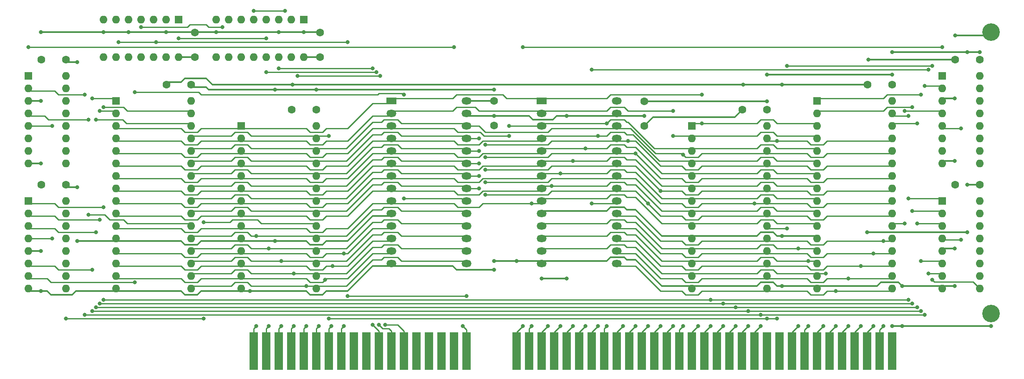
<source format=gbr>
G04 #@! TF.GenerationSoftware,KiCad,Pcbnew,(5.1.8)-1*
G04 #@! TF.CreationDate,2021-12-06T13:40:29-07:00*
G04 #@! TF.ProjectId,512k,3531326b-2e6b-4696-9361-645f70636258,rev?*
G04 #@! TF.SameCoordinates,Original*
G04 #@! TF.FileFunction,Copper,L1,Top*
G04 #@! TF.FilePolarity,Positive*
%FSLAX46Y46*%
G04 Gerber Fmt 4.6, Leading zero omitted, Abs format (unit mm)*
G04 Created by KiCad (PCBNEW (5.1.8)-1) date 2021-12-06 13:40:29*
%MOMM*%
%LPD*%
G01*
G04 APERTURE LIST*
G04 #@! TA.AperFunction,ComponentPad*
%ADD10O,1.600000X1.600000*%
G04 #@! TD*
G04 #@! TA.AperFunction,ComponentPad*
%ADD11R,1.600000X1.600000*%
G04 #@! TD*
G04 #@! TA.AperFunction,ComponentPad*
%ADD12C,1.600000*%
G04 #@! TD*
G04 #@! TA.AperFunction,ConnectorPad*
%ADD13R,1.780000X7.620000*%
G04 #@! TD*
G04 #@! TA.AperFunction,ComponentPad*
%ADD14O,2.000000X1.440000*%
G04 #@! TD*
G04 #@! TA.AperFunction,ComponentPad*
%ADD15R,2.000000X1.440000*%
G04 #@! TD*
G04 #@! TA.AperFunction,ComponentPad*
%ADD16C,3.556000*%
G04 #@! TD*
G04 #@! TA.AperFunction,ViaPad*
%ADD17C,0.800000*%
G04 #@! TD*
G04 #@! TA.AperFunction,Conductor*
%ADD18C,0.330200*%
G04 #@! TD*
G04 #@! TA.AperFunction,Conductor*
%ADD19C,0.250000*%
G04 #@! TD*
G04 APERTURE END LIST*
D10*
G04 #@! TO.P,U12,16*
G04 #@! TO.N,/5+*
X42156380Y-70078600D03*
G04 #@! TO.P,U12,8*
G04 #@! TO.N,/GND*
X24376380Y-62458600D03*
G04 #@! TO.P,U12,15*
G04 #@! TO.N,/NOT_LOW*
X39616380Y-70078600D03*
G04 #@! TO.P,U12,7*
G04 #@! TO.N,Net-(U12-Pad7)*
X26916380Y-62458600D03*
G04 #@! TO.P,U12,14*
G04 #@! TO.N,/LA17*
X37076380Y-70078600D03*
G04 #@! TO.P,U12,6*
G04 #@! TO.N,Net-(U12-Pad6)*
X29456380Y-62458600D03*
G04 #@! TO.P,U12,13*
G04 #@! TO.N,/LA18*
X34536380Y-70078600D03*
G04 #@! TO.P,U12,5*
G04 #@! TO.N,/NOT_LOW*
X31996380Y-62458600D03*
G04 #@! TO.P,U12,12*
G04 #@! TO.N,Net-(U12-Pad12)*
X31996380Y-70078600D03*
G04 #@! TO.P,U12,4*
G04 #@! TO.N,/LOW_MEM*
X34536380Y-62458600D03*
G04 #@! TO.P,U12,11*
G04 #@! TO.N,Net-(U12-Pad11)*
X29456380Y-70078600D03*
G04 #@! TO.P,U12,3*
G04 #@! TO.N,/GND*
X37076380Y-62458600D03*
G04 #@! TO.P,U12,10*
G04 #@! TO.N,Net-(U12-Pad10)*
X26916380Y-70078600D03*
G04 #@! TO.P,U12,2*
G04 #@! TO.N,/LA19*
X39616380Y-62458600D03*
G04 #@! TO.P,U12,9*
G04 #@! TO.N,/HIGH_MEM*
X24376380Y-70078600D03*
D11*
G04 #@! TO.P,U12,1*
G04 #@! TO.N,/GND*
X42156380Y-62458600D03*
G04 #@! TD*
D10*
G04 #@! TO.P,U11,14*
G04 #@! TO.N,/5+*
X16756380Y-70078600D03*
G04 #@! TO.P,U11,7*
G04 #@! TO.N,/GND*
X1516380Y-62458600D03*
G04 #@! TO.P,U11,13*
G04 #@! TO.N,N/C*
X14216380Y-70078600D03*
G04 #@! TO.P,U11,6*
G04 #@! TO.N,/MEMCS16*
X4056380Y-62458600D03*
G04 #@! TO.P,U11,12*
G04 #@! TO.N,N/C*
X11676380Y-70078600D03*
G04 #@! TO.P,U11,5*
G04 #@! TO.N,/GND*
X6596380Y-62458600D03*
G04 #@! TO.P,U11,11*
G04 #@! TO.N,N/C*
X9136380Y-70078600D03*
G04 #@! TO.P,U11,4*
G04 #@! TO.N,/HIGH_MEM*
X9136380Y-62458600D03*
G04 #@! TO.P,U11,10*
G04 #@! TO.N,N/C*
X6596380Y-70078600D03*
G04 #@! TO.P,U11,3*
G04 #@! TO.N,/MEMCS16*
X11676380Y-62458600D03*
G04 #@! TO.P,U11,9*
G04 #@! TO.N,N/C*
X4056380Y-70078600D03*
G04 #@! TO.P,U11,2*
G04 #@! TO.N,/GND*
X14216380Y-62458600D03*
G04 #@! TO.P,U11,8*
G04 #@! TO.N,N/C*
X1516380Y-70078600D03*
D11*
G04 #@! TO.P,U11,1*
G04 #@! TO.N,/LOW_MEM*
X16756380Y-62458600D03*
G04 #@! TD*
D12*
G04 #@! TO.P,C12,2*
G04 #@! TO.N,/5+*
X45458380Y-70078600D03*
G04 #@! TO.P,C12,1*
G04 #@! TO.N,/GND*
X45458380Y-65078600D03*
G04 #@! TD*
G04 #@! TO.P,C11,2*
G04 #@! TO.N,/5+*
X20058380Y-70078600D03*
G04 #@! TO.P,C11,1*
G04 #@! TO.N,/GND*
X20058380Y-65078600D03*
G04 #@! TD*
D13*
G04 #@! TO.P,J1,36*
G04 #@! TO.N,/SBHE*
X75176380Y-129768600D03*
G04 #@! TO.P,J1,35*
G04 #@! TO.N,/LA23*
X72636380Y-129768600D03*
G04 #@! TO.P,J1,22*
G04 #@! TO.N,/D12*
X39616380Y-129768600D03*
G04 #@! TO.P,J1,28*
G04 #@! TO.N,/MEMR*
X54856380Y-129768600D03*
G04 #@! TO.P,J1,24*
G04 #@! TO.N,/D10*
X44696380Y-129768600D03*
G04 #@! TO.P,J1,21*
G04 #@! TO.N,/D13*
X37076380Y-129768600D03*
G04 #@! TO.P,J1,23*
G04 #@! TO.N,/D11*
X42156380Y-129768600D03*
G04 #@! TO.P,J1,20*
G04 #@! TO.N,/D14*
X34536380Y-129768600D03*
G04 #@! TO.P,J1,33*
G04 #@! TO.N,/LA21*
X67556380Y-129768600D03*
G04 #@! TO.P,J1,31*
G04 #@! TO.N,/LA19*
X62476380Y-129768600D03*
G04 #@! TO.P,J1,19*
G04 #@! TO.N,/D15*
X31996380Y-129768600D03*
G04 #@! TO.P,J1,29*
G04 #@! TO.N,/LA17*
X57396380Y-129768600D03*
G04 #@! TO.P,J1,27*
G04 #@! TO.N,/MEMW*
X52316380Y-129768600D03*
G04 #@! TO.P,J1,25*
G04 #@! TO.N,/D9*
X47236380Y-129768600D03*
G04 #@! TO.P,J1,34*
G04 #@! TO.N,/LA22*
X70096380Y-129768600D03*
G04 #@! TO.P,J1,32*
G04 #@! TO.N,/LA20*
X65016380Y-129768600D03*
G04 #@! TO.P,J1,30*
G04 #@! TO.N,/LA18*
X59936380Y-129768600D03*
G04 #@! TO.P,J1,26*
G04 #@! TO.N,/D8*
X49776380Y-129768600D03*
G04 #@! TD*
D10*
G04 #@! TO.P,U10,16*
G04 #@! TO.N,/5+*
X-6103620Y-99288600D03*
G04 #@! TO.P,U10,8*
G04 #@! TO.N,/GND*
X-13723620Y-117068600D03*
G04 #@! TO.P,U10,15*
G04 #@! TO.N,Net-(U10-Pad15)*
X-6103620Y-101828600D03*
G04 #@! TO.P,U10,7*
G04 #@! TO.N,/32K_ROM_CS_ODD*
X-13723620Y-114528600D03*
G04 #@! TO.P,U10,14*
G04 #@! TO.N,Net-(U10-Pad14)*
X-6103620Y-104368600D03*
G04 #@! TO.P,U10,6*
G04 #@! TO.N,/A18*
X-13723620Y-111988600D03*
G04 #@! TO.P,U10,13*
G04 #@! TO.N,Net-(U10-Pad13)*
X-6103620Y-106908600D03*
G04 #@! TO.P,U10,5*
G04 #@! TO.N,/GND*
X-13723620Y-109448600D03*
G04 #@! TO.P,U10,12*
G04 #@! TO.N,Net-(U10-Pad12)*
X-6103620Y-109448600D03*
G04 #@! TO.P,U10,4*
G04 #@! TO.N,/UPPER_512K_ODD*
X-13723620Y-106908600D03*
G04 #@! TO.P,U10,11*
G04 #@! TO.N,Net-(U10-Pad11)*
X-6103620Y-111988600D03*
G04 #@! TO.P,U10,3*
G04 #@! TO.N,/A17*
X-13723620Y-104368600D03*
G04 #@! TO.P,U10,10*
G04 #@! TO.N,Net-(U10-Pad10)*
X-6103620Y-114528600D03*
G04 #@! TO.P,U10,2*
G04 #@! TO.N,/A16*
X-13723620Y-101828600D03*
G04 #@! TO.P,U10,9*
G04 #@! TO.N,/32K_RAM_CS_ODD*
X-6103620Y-117068600D03*
D11*
G04 #@! TO.P,U10,1*
G04 #@! TO.N,/A15*
X-13723620Y-99288600D03*
G04 #@! TD*
D10*
G04 #@! TO.P,U9,32*
G04 #@! TO.N,/5+*
X19296380Y-78968600D03*
G04 #@! TO.P,U9,16*
G04 #@! TO.N,/GND*
X4056380Y-117068600D03*
G04 #@! TO.P,U9,31*
G04 #@! TO.N,/A15*
X19296380Y-81508600D03*
G04 #@! TO.P,U9,15*
G04 #@! TO.N,/D10*
X4056380Y-114528600D03*
G04 #@! TO.P,U9,30*
G04 #@! TO.N,/A17*
X19296380Y-84048600D03*
G04 #@! TO.P,U9,14*
G04 #@! TO.N,/D9*
X4056380Y-111988600D03*
G04 #@! TO.P,U9,29*
G04 #@! TO.N,/MWR*
X19296380Y-86588600D03*
G04 #@! TO.P,U9,13*
G04 #@! TO.N,/D8*
X4056380Y-109448600D03*
G04 #@! TO.P,U9,28*
G04 #@! TO.N,/A13*
X19296380Y-89128600D03*
G04 #@! TO.P,U9,12*
G04 #@! TO.N,/5+*
X4056380Y-106908600D03*
G04 #@! TO.P,U9,27*
G04 #@! TO.N,/A8*
X19296380Y-91668600D03*
G04 #@! TO.P,U9,11*
G04 #@! TO.N,/A1*
X4056380Y-104368600D03*
G04 #@! TO.P,U9,26*
G04 #@! TO.N,/A9*
X19296380Y-94208600D03*
G04 #@! TO.P,U9,10*
G04 #@! TO.N,/A2*
X4056380Y-101828600D03*
G04 #@! TO.P,U9,25*
G04 #@! TO.N,/A11*
X19296380Y-96748600D03*
G04 #@! TO.P,U9,9*
G04 #@! TO.N,/A3*
X4056380Y-99288600D03*
G04 #@! TO.P,U9,24*
G04 #@! TO.N,/MRD*
X19296380Y-99288600D03*
G04 #@! TO.P,U9,8*
G04 #@! TO.N,/A4*
X4056380Y-96748600D03*
G04 #@! TO.P,U9,23*
G04 #@! TO.N,/A10*
X19296380Y-101828600D03*
G04 #@! TO.P,U9,7*
G04 #@! TO.N,/A5*
X4056380Y-94208600D03*
G04 #@! TO.P,U9,22*
G04 #@! TO.N,/512K_CS_ODD*
X19296380Y-104368600D03*
G04 #@! TO.P,U9,6*
G04 #@! TO.N,/A6*
X4056380Y-91668600D03*
G04 #@! TO.P,U9,21*
G04 #@! TO.N,/D15*
X19296380Y-106908600D03*
G04 #@! TO.P,U9,5*
G04 #@! TO.N,/A7*
X4056380Y-89128600D03*
G04 #@! TO.P,U9,20*
G04 #@! TO.N,/D14*
X19296380Y-109448600D03*
G04 #@! TO.P,U9,4*
G04 #@! TO.N,/A12*
X4056380Y-86588600D03*
G04 #@! TO.P,U9,19*
G04 #@! TO.N,/D13*
X19296380Y-111988600D03*
G04 #@! TO.P,U9,3*
G04 #@! TO.N,/A14*
X4056380Y-84048600D03*
G04 #@! TO.P,U9,18*
G04 #@! TO.N,/D12*
X19296380Y-114528600D03*
G04 #@! TO.P,U9,2*
G04 #@! TO.N,/A16*
X4056380Y-81508600D03*
G04 #@! TO.P,U9,17*
G04 #@! TO.N,/D11*
X19296380Y-117068600D03*
D11*
G04 #@! TO.P,U9,1*
G04 #@! TO.N,/A18*
X4056380Y-78968600D03*
G04 #@! TD*
D10*
G04 #@! TO.P,U8,28*
G04 #@! TO.N,/5+*
X44696380Y-84048600D03*
G04 #@! TO.P,U8,14*
G04 #@! TO.N,/GND*
X29456380Y-117068600D03*
G04 #@! TO.P,U8,27*
G04 #@! TO.N,/MWR*
X44696380Y-86588600D03*
G04 #@! TO.P,U8,13*
G04 #@! TO.N,/D10*
X29456380Y-114528600D03*
G04 #@! TO.P,U8,26*
G04 #@! TO.N,/A13*
X44696380Y-89128600D03*
G04 #@! TO.P,U8,12*
G04 #@! TO.N,/D9*
X29456380Y-111988600D03*
G04 #@! TO.P,U8,25*
G04 #@! TO.N,/A8*
X44696380Y-91668600D03*
G04 #@! TO.P,U8,11*
G04 #@! TO.N,/D8*
X29456380Y-109448600D03*
G04 #@! TO.P,U8,24*
G04 #@! TO.N,/A9*
X44696380Y-94208600D03*
G04 #@! TO.P,U8,10*
G04 #@! TO.N,/5+*
X29456380Y-106908600D03*
G04 #@! TO.P,U8,23*
G04 #@! TO.N,/A11*
X44696380Y-96748600D03*
G04 #@! TO.P,U8,9*
G04 #@! TO.N,/A1*
X29456380Y-104368600D03*
G04 #@! TO.P,U8,22*
G04 #@! TO.N,/MRD*
X44696380Y-99288600D03*
G04 #@! TO.P,U8,8*
G04 #@! TO.N,/A2*
X29456380Y-101828600D03*
G04 #@! TO.P,U8,21*
G04 #@! TO.N,/A10*
X44696380Y-101828600D03*
G04 #@! TO.P,U8,7*
G04 #@! TO.N,/A3*
X29456380Y-99288600D03*
G04 #@! TO.P,U8,20*
G04 #@! TO.N,/32K_RAM_CS_ODD*
X44696380Y-104368600D03*
G04 #@! TO.P,U8,6*
G04 #@! TO.N,/A4*
X29456380Y-96748600D03*
G04 #@! TO.P,U8,19*
G04 #@! TO.N,/D15*
X44696380Y-106908600D03*
G04 #@! TO.P,U8,5*
G04 #@! TO.N,/A5*
X29456380Y-94208600D03*
G04 #@! TO.P,U8,18*
G04 #@! TO.N,/D14*
X44696380Y-109448600D03*
G04 #@! TO.P,U8,4*
G04 #@! TO.N,/A6*
X29456380Y-91668600D03*
G04 #@! TO.P,U8,17*
G04 #@! TO.N,/D13*
X44696380Y-111988600D03*
G04 #@! TO.P,U8,3*
G04 #@! TO.N,/A7*
X29456380Y-89128600D03*
G04 #@! TO.P,U8,16*
G04 #@! TO.N,/D12*
X44696380Y-114528600D03*
G04 #@! TO.P,U8,2*
G04 #@! TO.N,/A12*
X29456380Y-86588600D03*
G04 #@! TO.P,U8,15*
G04 #@! TO.N,/D11*
X44696380Y-117068600D03*
D11*
G04 #@! TO.P,U8,1*
G04 #@! TO.N,/A14*
X29456380Y-84048600D03*
G04 #@! TD*
D10*
G04 #@! TO.P,U7,16*
G04 #@! TO.N,/5+*
X-6103620Y-73888600D03*
G04 #@! TO.P,U7,8*
G04 #@! TO.N,/GND*
X-13723620Y-91668600D03*
G04 #@! TO.P,U7,15*
G04 #@! TO.N,N/C*
X-6103620Y-76428600D03*
G04 #@! TO.P,U7,7*
G04 #@! TO.N,Net-(U7-Pad7)*
X-13723620Y-89128600D03*
G04 #@! TO.P,U7,14*
G04 #@! TO.N,N/C*
X-6103620Y-78968600D03*
G04 #@! TO.P,U7,6*
G04 #@! TO.N,Net-(U7-Pad6)*
X-13723620Y-86588600D03*
G04 #@! TO.P,U7,13*
G04 #@! TO.N,N/C*
X-6103620Y-81508600D03*
G04 #@! TO.P,U7,5*
G04 #@! TO.N,/UPPER_512K_ODD*
X-13723620Y-84048600D03*
G04 #@! TO.P,U7,12*
G04 #@! TO.N,N/C*
X-6103620Y-84048600D03*
G04 #@! TO.P,U7,4*
G04 #@! TO.N,/512K_CS_ODD*
X-13723620Y-81508600D03*
G04 #@! TO.P,U7,11*
G04 #@! TO.N,N/C*
X-6103620Y-86588600D03*
G04 #@! TO.P,U7,3*
G04 #@! TO.N,/GND*
X-13723620Y-78968600D03*
G04 #@! TO.P,U7,10*
G04 #@! TO.N,N/C*
X-6103620Y-89128600D03*
G04 #@! TO.P,U7,2*
G04 #@! TO.N,/A19*
X-13723620Y-76428600D03*
G04 #@! TO.P,U7,9*
G04 #@! TO.N,N/C*
X-6103620Y-91668600D03*
D11*
G04 #@! TO.P,U7,1*
G04 #@! TO.N,/SBHE*
X-13723620Y-73888600D03*
G04 #@! TD*
D14*
G04 #@! TO.P,U6,15*
G04 #@! TO.N,/D11*
X75176380Y-111988600D03*
G04 #@! TO.P,U6,14*
G04 #@! TO.N,/GND*
X59936380Y-111988600D03*
G04 #@! TO.P,U6,16*
G04 #@! TO.N,/D12*
X75176380Y-109448600D03*
G04 #@! TO.P,U6,13*
G04 #@! TO.N,/D10*
X59936380Y-109448600D03*
G04 #@! TO.P,U6,17*
G04 #@! TO.N,/D13*
X75176380Y-106908600D03*
G04 #@! TO.P,U6,12*
G04 #@! TO.N,/D9*
X59936380Y-106908600D03*
G04 #@! TO.P,U6,18*
G04 #@! TO.N,/D14*
X75176380Y-104368600D03*
G04 #@! TO.P,U6,11*
G04 #@! TO.N,/D8*
X59936380Y-104368600D03*
G04 #@! TO.P,U6,19*
G04 #@! TO.N,/D15*
X75176380Y-101828600D03*
G04 #@! TO.P,U6,10*
G04 #@! TO.N,/5+*
X59936380Y-101828600D03*
G04 #@! TO.P,U6,20*
G04 #@! TO.N,/32K_ROM_CS_ODD*
X75176380Y-99288600D03*
G04 #@! TO.P,U6,9*
G04 #@! TO.N,/A1*
X59936380Y-99288600D03*
G04 #@! TO.P,U6,21*
G04 #@! TO.N,/A10*
X75176380Y-96748600D03*
G04 #@! TO.P,U6,8*
G04 #@! TO.N,/A2*
X59936380Y-96748600D03*
G04 #@! TO.P,U6,22*
G04 #@! TO.N,/MRD*
X75176380Y-94208600D03*
G04 #@! TO.P,U6,7*
G04 #@! TO.N,/A3*
X59936380Y-94208600D03*
G04 #@! TO.P,U6,23*
G04 #@! TO.N,/A11*
X75176380Y-91668600D03*
G04 #@! TO.P,U6,6*
G04 #@! TO.N,/A4*
X59936380Y-91668600D03*
G04 #@! TO.P,U6,24*
G04 #@! TO.N,/A9*
X75176380Y-89128600D03*
G04 #@! TO.P,U6,5*
G04 #@! TO.N,/A5*
X59936380Y-89128600D03*
G04 #@! TO.P,U6,25*
G04 #@! TO.N,/A8*
X75176380Y-86588600D03*
G04 #@! TO.P,U6,4*
G04 #@! TO.N,/A6*
X59936380Y-86588600D03*
G04 #@! TO.P,U6,26*
G04 #@! TO.N,/A13*
X75176380Y-84048600D03*
G04 #@! TO.P,U6,3*
G04 #@! TO.N,/A7*
X59936380Y-84048600D03*
G04 #@! TO.P,U6,27*
G04 #@! TO.N,/5+*
X75176380Y-81508600D03*
G04 #@! TO.P,U6,2*
G04 #@! TO.N,/A12*
X59936380Y-81508600D03*
G04 #@! TO.P,U6,28*
G04 #@! TO.N,/5+*
X75176380Y-78968600D03*
D15*
G04 #@! TO.P,U6,1*
G04 #@! TO.N,/A14*
X59936380Y-78968600D03*
G04 #@! TD*
D12*
G04 #@! TO.P,C10,2*
G04 #@! TO.N,/5+*
X44696380Y-80746600D03*
G04 #@! TO.P,C10,1*
G04 #@! TO.N,/GND*
X39696380Y-80746600D03*
G04 #@! TD*
G04 #@! TO.P,C9,2*
G04 #@! TO.N,/5+*
X19296380Y-75666600D03*
G04 #@! TO.P,C9,1*
G04 #@! TO.N,/GND*
X14296380Y-75666600D03*
G04 #@! TD*
G04 #@! TO.P,C8,2*
G04 #@! TO.N,/5+*
X80764380Y-78968600D03*
G04 #@! TO.P,C8,1*
G04 #@! TO.N,/GND*
X80764380Y-83968600D03*
G04 #@! TD*
G04 #@! TO.P,C7,2*
G04 #@! TO.N,/5+*
X-6103620Y-70586600D03*
G04 #@! TO.P,C7,1*
G04 #@! TO.N,/GND*
X-11103620Y-70586600D03*
G04 #@! TD*
G04 #@! TO.P,C6,2*
G04 #@! TO.N,/5+*
X-6103620Y-95986600D03*
G04 #@! TO.P,C6,1*
G04 #@! TO.N,/GND*
X-11103620Y-95986600D03*
G04 #@! TD*
D16*
G04 #@! TO.P,R,1*
G04 #@! TO.N,/GND*
X181602380Y-122148600D03*
G04 #@! TD*
G04 #@! TO.P,R,1*
G04 #@! TO.N,/GND*
X181602380Y-64998600D03*
G04 #@! TD*
D10*
G04 #@! TO.P,U5,16*
G04 #@! TO.N,/5+*
X179316380Y-99288600D03*
G04 #@! TO.P,U5,8*
G04 #@! TO.N,/GND*
X171696380Y-117068600D03*
G04 #@! TO.P,U5,15*
G04 #@! TO.N,Net-(U5-Pad15)*
X179316380Y-101828600D03*
G04 #@! TO.P,U5,7*
G04 #@! TO.N,/32K_ROM_CS_EVEN*
X171696380Y-114528600D03*
G04 #@! TO.P,U5,14*
G04 #@! TO.N,Net-(U5-Pad14)*
X179316380Y-104368600D03*
G04 #@! TO.P,U5,6*
G04 #@! TO.N,/A18*
X171696380Y-111988600D03*
G04 #@! TO.P,U5,13*
G04 #@! TO.N,Net-(U5-Pad13)*
X179316380Y-106908600D03*
G04 #@! TO.P,U5,5*
G04 #@! TO.N,/GND*
X171696380Y-109448600D03*
G04 #@! TO.P,U5,12*
G04 #@! TO.N,Net-(U5-Pad12)*
X179316380Y-109448600D03*
G04 #@! TO.P,U5,4*
G04 #@! TO.N,/UPPER_512K_EVEN*
X171696380Y-106908600D03*
G04 #@! TO.P,U5,11*
G04 #@! TO.N,Net-(U5-Pad11)*
X179316380Y-111988600D03*
G04 #@! TO.P,U5,3*
G04 #@! TO.N,/A17*
X171696380Y-104368600D03*
G04 #@! TO.P,U5,10*
G04 #@! TO.N,Net-(U5-Pad10)*
X179316380Y-114528600D03*
G04 #@! TO.P,U5,2*
G04 #@! TO.N,/A16*
X171696380Y-101828600D03*
G04 #@! TO.P,U5,9*
G04 #@! TO.N,/32K_RAM_CS_EVEN*
X179316380Y-117068600D03*
D11*
G04 #@! TO.P,U5,1*
G04 #@! TO.N,/A15*
X171696380Y-99288600D03*
G04 #@! TD*
D10*
G04 #@! TO.P,U4,16*
G04 #@! TO.N,/5+*
X179316380Y-73888600D03*
G04 #@! TO.P,U4,8*
G04 #@! TO.N,/GND*
X171696380Y-91668600D03*
G04 #@! TO.P,U4,15*
G04 #@! TO.N,N/C*
X179316380Y-76428600D03*
G04 #@! TO.P,U4,7*
G04 #@! TO.N,Net-(U4-Pad7)*
X171696380Y-89128600D03*
G04 #@! TO.P,U4,14*
G04 #@! TO.N,N/C*
X179316380Y-78968600D03*
G04 #@! TO.P,U4,6*
G04 #@! TO.N,Net-(U4-Pad6)*
X171696380Y-86588600D03*
G04 #@! TO.P,U4,13*
G04 #@! TO.N,N/C*
X179316380Y-81508600D03*
G04 #@! TO.P,U4,5*
G04 #@! TO.N,/UPPER_512K_EVEN*
X171696380Y-84048600D03*
G04 #@! TO.P,U4,12*
G04 #@! TO.N,N/C*
X179316380Y-84048600D03*
G04 #@! TO.P,U4,4*
G04 #@! TO.N,/512K_CS_EVEN*
X171696380Y-81508600D03*
G04 #@! TO.P,U4,11*
G04 #@! TO.N,N/C*
X179316380Y-86588600D03*
G04 #@! TO.P,U4,3*
G04 #@! TO.N,/GND*
X171696380Y-78968600D03*
G04 #@! TO.P,U4,10*
G04 #@! TO.N,N/C*
X179316380Y-89128600D03*
G04 #@! TO.P,U4,2*
G04 #@! TO.N,/A19*
X171696380Y-76428600D03*
G04 #@! TO.P,U4,9*
G04 #@! TO.N,N/C*
X179316380Y-91668600D03*
D11*
G04 #@! TO.P,U4,1*
G04 #@! TO.N,/A0*
X171696380Y-73888600D03*
G04 #@! TD*
D12*
G04 #@! TO.P,C5,2*
G04 #@! TO.N,/5+*
X179316380Y-95986600D03*
G04 #@! TO.P,C5,1*
G04 #@! TO.N,/GND*
X174316380Y-95986600D03*
G04 #@! TD*
G04 #@! TO.P,C4,2*
G04 #@! TO.N,/5+*
X179316380Y-70586600D03*
G04 #@! TO.P,C4,1*
G04 #@! TO.N,/GND*
X174316380Y-70586600D03*
G04 #@! TD*
G04 #@! TO.P,C3,2*
G04 #@! TO.N,/5+*
X161536380Y-75666600D03*
G04 #@! TO.P,C3,1*
G04 #@! TO.N,/GND*
X156536380Y-75666600D03*
G04 #@! TD*
G04 #@! TO.P,C2,2*
G04 #@! TO.N,/5+*
X136136380Y-80746600D03*
G04 #@! TO.P,C2,1*
G04 #@! TO.N,/GND*
X131136380Y-80746600D03*
G04 #@! TD*
D14*
G04 #@! TO.P,U2,15*
G04 #@! TO.N,/D3*
X105656380Y-111988600D03*
G04 #@! TO.P,U2,14*
G04 #@! TO.N,/GND*
X90416380Y-111988600D03*
G04 #@! TO.P,U2,16*
G04 #@! TO.N,/D4*
X105656380Y-109448600D03*
G04 #@! TO.P,U2,13*
G04 #@! TO.N,/D2*
X90416380Y-109448600D03*
G04 #@! TO.P,U2,17*
G04 #@! TO.N,/D5*
X105656380Y-106908600D03*
G04 #@! TO.P,U2,12*
G04 #@! TO.N,/D1*
X90416380Y-106908600D03*
G04 #@! TO.P,U2,18*
G04 #@! TO.N,/D6*
X105656380Y-104368600D03*
G04 #@! TO.P,U2,11*
G04 #@! TO.N,/D0*
X90416380Y-104368600D03*
G04 #@! TO.P,U2,19*
G04 #@! TO.N,/D7*
X105656380Y-101828600D03*
G04 #@! TO.P,U2,10*
G04 #@! TO.N,/GND*
X90416380Y-101828600D03*
G04 #@! TO.P,U2,20*
G04 #@! TO.N,/32K_ROM_CS_EVEN*
X105656380Y-99288600D03*
G04 #@! TO.P,U2,9*
G04 #@! TO.N,/A1*
X90416380Y-99288600D03*
G04 #@! TO.P,U2,21*
G04 #@! TO.N,/A10*
X105656380Y-96748600D03*
G04 #@! TO.P,U2,8*
G04 #@! TO.N,/A2*
X90416380Y-96748600D03*
G04 #@! TO.P,U2,22*
G04 #@! TO.N,/MRD*
X105656380Y-94208600D03*
G04 #@! TO.P,U2,7*
G04 #@! TO.N,/A3*
X90416380Y-94208600D03*
G04 #@! TO.P,U2,23*
G04 #@! TO.N,/A11*
X105656380Y-91668600D03*
G04 #@! TO.P,U2,6*
G04 #@! TO.N,/A4*
X90416380Y-91668600D03*
G04 #@! TO.P,U2,24*
G04 #@! TO.N,/A9*
X105656380Y-89128600D03*
G04 #@! TO.P,U2,5*
G04 #@! TO.N,/A5*
X90416380Y-89128600D03*
G04 #@! TO.P,U2,25*
G04 #@! TO.N,/A8*
X105656380Y-86588600D03*
G04 #@! TO.P,U2,4*
G04 #@! TO.N,/A6*
X90416380Y-86588600D03*
G04 #@! TO.P,U2,26*
G04 #@! TO.N,/A13*
X105656380Y-84048600D03*
G04 #@! TO.P,U2,3*
G04 #@! TO.N,/A7*
X90416380Y-84048600D03*
G04 #@! TO.P,U2,27*
G04 #@! TO.N,/5+*
X105656380Y-81508600D03*
G04 #@! TO.P,U2,2*
G04 #@! TO.N,/A12*
X90416380Y-81508600D03*
G04 #@! TO.P,U2,28*
G04 #@! TO.N,/5+*
X105656380Y-78968600D03*
D15*
G04 #@! TO.P,U2,1*
G04 #@! TO.N,/A14*
X90416380Y-78968600D03*
G04 #@! TD*
D10*
G04 #@! TO.P,U1,28*
G04 #@! TO.N,/5+*
X136136380Y-84048600D03*
G04 #@! TO.P,U1,14*
G04 #@! TO.N,/GND*
X120896380Y-117068600D03*
G04 #@! TO.P,U1,27*
G04 #@! TO.N,/MWR*
X136136380Y-86588600D03*
G04 #@! TO.P,U1,13*
G04 #@! TO.N,/D2*
X120896380Y-114528600D03*
G04 #@! TO.P,U1,26*
G04 #@! TO.N,/A13*
X136136380Y-89128600D03*
G04 #@! TO.P,U1,12*
G04 #@! TO.N,/D1*
X120896380Y-111988600D03*
G04 #@! TO.P,U1,25*
G04 #@! TO.N,/A8*
X136136380Y-91668600D03*
G04 #@! TO.P,U1,11*
G04 #@! TO.N,/D0*
X120896380Y-109448600D03*
G04 #@! TO.P,U1,24*
G04 #@! TO.N,/A9*
X136136380Y-94208600D03*
G04 #@! TO.P,U1,10*
G04 #@! TO.N,/GND*
X120896380Y-106908600D03*
G04 #@! TO.P,U1,23*
G04 #@! TO.N,/A11*
X136136380Y-96748600D03*
G04 #@! TO.P,U1,9*
G04 #@! TO.N,/A1*
X120896380Y-104368600D03*
G04 #@! TO.P,U1,22*
G04 #@! TO.N,/MRD*
X136136380Y-99288600D03*
G04 #@! TO.P,U1,8*
G04 #@! TO.N,/A2*
X120896380Y-101828600D03*
G04 #@! TO.P,U1,21*
G04 #@! TO.N,/A10*
X136136380Y-101828600D03*
G04 #@! TO.P,U1,7*
G04 #@! TO.N,/A3*
X120896380Y-99288600D03*
G04 #@! TO.P,U1,20*
G04 #@! TO.N,/32K_RAM_CS_EVEN*
X136136380Y-104368600D03*
G04 #@! TO.P,U1,6*
G04 #@! TO.N,/A4*
X120896380Y-96748600D03*
G04 #@! TO.P,U1,19*
G04 #@! TO.N,/D7*
X136136380Y-106908600D03*
G04 #@! TO.P,U1,5*
G04 #@! TO.N,/A5*
X120896380Y-94208600D03*
G04 #@! TO.P,U1,18*
G04 #@! TO.N,/D6*
X136136380Y-109448600D03*
G04 #@! TO.P,U1,4*
G04 #@! TO.N,/A6*
X120896380Y-91668600D03*
G04 #@! TO.P,U1,17*
G04 #@! TO.N,/D5*
X136136380Y-111988600D03*
G04 #@! TO.P,U1,3*
G04 #@! TO.N,/A7*
X120896380Y-89128600D03*
G04 #@! TO.P,U1,16*
G04 #@! TO.N,/D4*
X136136380Y-114528600D03*
G04 #@! TO.P,U1,2*
G04 #@! TO.N,/A12*
X120896380Y-86588600D03*
G04 #@! TO.P,U1,15*
G04 #@! TO.N,/D3*
X136136380Y-117068600D03*
D11*
G04 #@! TO.P,U1,1*
G04 #@! TO.N,/A14*
X120896380Y-84048600D03*
G04 #@! TD*
D13*
G04 #@! TO.P,J9,62*
G04 #@! TO.N,/A0*
X85336380Y-129768600D03*
G04 #@! TO.P,J9,61*
G04 #@! TO.N,/A1*
X87876380Y-129768600D03*
G04 #@! TO.P,J9,60*
G04 #@! TO.N,/A2*
X90416380Y-129768600D03*
G04 #@! TO.P,J9,59*
G04 #@! TO.N,/A3*
X92956380Y-129768600D03*
G04 #@! TO.P,J9,58*
G04 #@! TO.N,/A4*
X95496380Y-129768600D03*
G04 #@! TO.P,J9,57*
G04 #@! TO.N,/A5*
X98036380Y-129768600D03*
G04 #@! TO.P,J9,56*
G04 #@! TO.N,/A6*
X100576380Y-129768600D03*
G04 #@! TO.P,J9,55*
G04 #@! TO.N,/A7*
X103116380Y-129768600D03*
G04 #@! TO.P,J9,54*
G04 #@! TO.N,/A8*
X105656380Y-129768600D03*
G04 #@! TO.P,J9,53*
G04 #@! TO.N,/A9*
X108196380Y-129768600D03*
G04 #@! TO.P,J9,52*
G04 #@! TO.N,/A10*
X110736380Y-129768600D03*
G04 #@! TO.P,J9,51*
G04 #@! TO.N,/A11*
X113276380Y-129768600D03*
G04 #@! TO.P,J9,50*
G04 #@! TO.N,/A12*
X115816380Y-129768600D03*
G04 #@! TO.P,J9,49*
G04 #@! TO.N,/A13*
X118356380Y-129768600D03*
G04 #@! TO.P,J9,48*
G04 #@! TO.N,/A14*
X120896380Y-129768600D03*
G04 #@! TO.P,J9,47*
G04 #@! TO.N,/A15*
X123436380Y-129768600D03*
G04 #@! TO.P,J9,46*
G04 #@! TO.N,/A16*
X125976380Y-129768600D03*
G04 #@! TO.P,J9,45*
G04 #@! TO.N,/A17*
X128516380Y-129768600D03*
G04 #@! TO.P,J9,44*
G04 #@! TO.N,/A18*
X131056380Y-129768600D03*
G04 #@! TO.P,J9,43*
G04 #@! TO.N,/A19*
X133596380Y-129768600D03*
G04 #@! TO.P,J9,42*
G04 #@! TO.N,/AEN*
X136136380Y-129768600D03*
G04 #@! TO.P,J9,41*
G04 #@! TO.N,/RDY1*
X138676380Y-129768600D03*
G04 #@! TO.P,J9,40*
G04 #@! TO.N,/D0*
X141216380Y-129768600D03*
G04 #@! TO.P,J9,39*
G04 #@! TO.N,/D1*
X143756380Y-129768600D03*
G04 #@! TO.P,J9,38*
G04 #@! TO.N,/D2*
X146296380Y-129768600D03*
G04 #@! TO.P,J9,37*
G04 #@! TO.N,/D3*
X148836380Y-129768600D03*
G04 #@! TO.P,J9,36*
G04 #@! TO.N,/D4*
X151376380Y-129768600D03*
G04 #@! TO.P,J9,35*
G04 #@! TO.N,/D5*
X153916380Y-129768600D03*
G04 #@! TO.P,J9,34*
G04 #@! TO.N,/D6*
X156456380Y-129768600D03*
G04 #@! TO.P,J9,33*
G04 #@! TO.N,/D7*
X158996380Y-129768600D03*
G04 #@! TO.P,J9,32*
G04 #@! TO.N,/CH_CK*
X161536380Y-129768600D03*
G04 #@! TD*
D12*
G04 #@! TO.P,C1,2*
G04 #@! TO.N,/5+*
X111244380Y-79048600D03*
G04 #@! TO.P,C1,1*
G04 #@! TO.N,/GND*
X111244380Y-84048600D03*
G04 #@! TD*
D10*
G04 #@! TO.P,U3,32*
G04 #@! TO.N,/5+*
X161536380Y-78968600D03*
G04 #@! TO.P,U3,16*
G04 #@! TO.N,/GND*
X146296380Y-117068600D03*
G04 #@! TO.P,U3,31*
G04 #@! TO.N,/A15*
X161536380Y-81508600D03*
G04 #@! TO.P,U3,15*
G04 #@! TO.N,/D2*
X146296380Y-114528600D03*
G04 #@! TO.P,U3,30*
G04 #@! TO.N,/A17*
X161536380Y-84048600D03*
G04 #@! TO.P,U3,14*
G04 #@! TO.N,/D1*
X146296380Y-111988600D03*
G04 #@! TO.P,U3,29*
G04 #@! TO.N,/MWR*
X161536380Y-86588600D03*
G04 #@! TO.P,U3,13*
G04 #@! TO.N,/D0*
X146296380Y-109448600D03*
G04 #@! TO.P,U3,28*
G04 #@! TO.N,/A13*
X161536380Y-89128600D03*
G04 #@! TO.P,U3,12*
G04 #@! TO.N,/GND*
X146296380Y-106908600D03*
G04 #@! TO.P,U3,27*
G04 #@! TO.N,/A8*
X161536380Y-91668600D03*
G04 #@! TO.P,U3,11*
G04 #@! TO.N,/A1*
X146296380Y-104368600D03*
G04 #@! TO.P,U3,26*
G04 #@! TO.N,/A9*
X161536380Y-94208600D03*
G04 #@! TO.P,U3,10*
G04 #@! TO.N,/A2*
X146296380Y-101828600D03*
G04 #@! TO.P,U3,25*
G04 #@! TO.N,/A11*
X161536380Y-96748600D03*
G04 #@! TO.P,U3,9*
G04 #@! TO.N,/A3*
X146296380Y-99288600D03*
G04 #@! TO.P,U3,24*
G04 #@! TO.N,/MRD*
X161536380Y-99288600D03*
G04 #@! TO.P,U3,8*
G04 #@! TO.N,/A4*
X146296380Y-96748600D03*
G04 #@! TO.P,U3,23*
G04 #@! TO.N,/A10*
X161536380Y-101828600D03*
G04 #@! TO.P,U3,7*
G04 #@! TO.N,/A5*
X146296380Y-94208600D03*
G04 #@! TO.P,U3,22*
G04 #@! TO.N,/512K_CS_EVEN*
X161536380Y-104368600D03*
G04 #@! TO.P,U3,6*
G04 #@! TO.N,/A6*
X146296380Y-91668600D03*
G04 #@! TO.P,U3,21*
G04 #@! TO.N,/D7*
X161536380Y-106908600D03*
G04 #@! TO.P,U3,5*
G04 #@! TO.N,/A7*
X146296380Y-89128600D03*
G04 #@! TO.P,U3,20*
G04 #@! TO.N,/D6*
X161536380Y-109448600D03*
G04 #@! TO.P,U3,4*
G04 #@! TO.N,/A12*
X146296380Y-86588600D03*
G04 #@! TO.P,U3,19*
G04 #@! TO.N,/D5*
X161536380Y-111988600D03*
G04 #@! TO.P,U3,3*
G04 #@! TO.N,/A14*
X146296380Y-84048600D03*
G04 #@! TO.P,U3,18*
G04 #@! TO.N,/D4*
X161536380Y-114528600D03*
G04 #@! TO.P,U3,2*
G04 #@! TO.N,/A16*
X146296380Y-81508600D03*
G04 #@! TO.P,U3,17*
G04 #@! TO.N,/D3*
X161536380Y-117068600D03*
D11*
G04 #@! TO.P,U3,1*
G04 #@! TO.N,/A18*
X146296380Y-78968600D03*
G04 #@! TD*
D17*
G04 #@! TO.N,/5+*
X161536380Y-69062600D03*
X161536380Y-73634600D03*
X136136380Y-73634600D03*
X136136380Y-79048600D03*
X111244380Y-82016600D03*
X179316380Y-69062600D03*
X176776380Y-69062600D03*
X176776380Y-95986600D03*
X90416380Y-115036600D03*
X95496380Y-115036600D03*
X95496380Y-82016600D03*
X156456380Y-105638600D03*
X176776380Y-105638600D03*
X36314380Y-107416600D03*
X80764380Y-82016600D03*
X80764380Y-76682600D03*
X44696380Y-76682600D03*
X36314380Y-76682600D03*
X-3817618Y-107416600D03*
X-3817620Y-96494600D03*
X-3817620Y-71094600D03*
G04 #@! TO.N,/GND*
X85336380Y-111480600D03*
X139184380Y-116560600D03*
X161536380Y-124688600D03*
X163568380Y-124688600D03*
X181602380Y-124688600D03*
X174236380Y-116560600D03*
X174236380Y-108940600D03*
X174236380Y-78460600D03*
X174236380Y-91160600D03*
X131310380Y-75666600D03*
X156710380Y-70586600D03*
X139184380Y-75666600D03*
X163568380Y-116560600D03*
X39870380Y-75666600D03*
X80764380Y-111480600D03*
X-11183620Y-117576600D03*
X-11183620Y-91668600D03*
X-11183620Y-109448600D03*
X-11183620Y-78968600D03*
X139184380Y-106400600D03*
X80764380Y-113258600D03*
X31234380Y-117576600D03*
X174316380Y-65680600D03*
X-11183624Y-64998604D03*
X6596380Y-64998600D03*
X1516380Y-64998600D03*
X14216380Y-64998600D03*
X37076380Y-64998600D03*
X24376380Y-64998600D03*
X42156380Y-64998600D03*
G04 #@! TO.N,/D7*
X159758380Y-107416600D03*
X159758380Y-124688608D03*
G04 #@! TO.N,/D6*
X157726380Y-124688600D03*
X157726380Y-109956600D03*
G04 #@! TO.N,/D5*
X155186380Y-124688600D03*
X155186380Y-112496600D03*
G04 #@! TO.N,/D4*
X152646380Y-124688600D03*
X152646380Y-115036600D03*
G04 #@! TO.N,/D3*
X150106380Y-124688600D03*
X150106380Y-117576600D03*
G04 #@! TO.N,/D2*
X147566380Y-124688600D03*
X148074380Y-114020600D03*
G04 #@! TO.N,/D1*
X144518380Y-124688600D03*
X144518380Y-111480600D03*
G04 #@! TO.N,/D0*
X142486380Y-124688600D03*
X142486380Y-108940600D03*
G04 #@! TO.N,/A19*
X134866380Y-124688600D03*
X134866380Y-122402600D03*
X168140380Y-122402600D03*
X168140380Y-75920600D03*
X-2293620Y-77698600D03*
X-2293610Y-122402600D03*
G04 #@! TO.N,/A18*
X132326380Y-124688600D03*
X132326380Y-121640600D03*
X167378380Y-121640600D03*
X167378380Y-111480600D03*
X167378380Y-77698600D03*
X-769620Y-121640600D03*
X-769620Y-78460600D03*
X-769620Y-113258600D03*
G04 #@! TO.N,/A17*
X129786380Y-124688600D03*
X129786380Y-120878600D03*
X166616380Y-120878622D03*
X166616380Y-103860600D03*
X166616380Y-83540600D03*
X-7620Y-120878600D03*
X-7620Y-82778600D03*
X-7620Y-105638600D03*
G04 #@! TO.N,/A16*
X127246380Y-124688600D03*
X127246380Y-120116600D03*
X165600380Y-120116600D03*
X165600380Y-101320600D03*
X165600380Y-80238600D03*
X754380Y-120116600D03*
X754380Y-81000600D03*
X754380Y-103098600D03*
G04 #@! TO.N,/A15*
X124706380Y-124688600D03*
X124706380Y-119354600D03*
X164838380Y-119354600D03*
X164838380Y-98780600D03*
X164838380Y-82016600D03*
X1516380Y-119354600D03*
X1516380Y-80238600D03*
X1516380Y-100558600D03*
G04 #@! TO.N,/A14*
X122166380Y-124688600D03*
X122928380Y-83540600D03*
X122928380Y-77698600D03*
G04 #@! TO.N,/A13*
X119118380Y-124688600D03*
X119118380Y-89890600D03*
G04 #@! TO.N,/A12*
X117086380Y-124688600D03*
X117086380Y-86080600D03*
X117086380Y-81000600D03*
G04 #@! TO.N,/A11*
X114546380Y-124688600D03*
X114546380Y-97256600D03*
X77716380Y-91668600D03*
X78986380Y-92938600D03*
G04 #@! TO.N,/A10*
X112006380Y-124688600D03*
X112006380Y-99796600D03*
X77716380Y-96748600D03*
X78986380Y-98018600D03*
G04 #@! TO.N,/A9*
X109466380Y-124688600D03*
X109466380Y-89636600D03*
X77716380Y-89128600D03*
X78986380Y-90398600D03*
G04 #@! TO.N,/A8*
X106926380Y-124688600D03*
X107942380Y-87096600D03*
X77716380Y-86588600D03*
X78986380Y-87858600D03*
G04 #@! TO.N,/A7*
X103624380Y-83540600D03*
X103624380Y-124688600D03*
X83812380Y-84048600D03*
X83812380Y-86080600D03*
G04 #@! TO.N,/A6*
X101846380Y-124688600D03*
X101846380Y-86080600D03*
G04 #@! TO.N,/A5*
X99306380Y-124688600D03*
X99306380Y-88620600D03*
G04 #@! TO.N,/A4*
X96766380Y-124688600D03*
X96766380Y-91160600D03*
G04 #@! TO.N,/A3*
X94226380Y-124688600D03*
X94226380Y-93700600D03*
G04 #@! TO.N,/A2*
X91686380Y-124688600D03*
X92448380Y-96240600D03*
G04 #@! TO.N,/A1*
X88384380Y-124688600D03*
X88384380Y-99796600D03*
G04 #@! TO.N,/A0*
X86606380Y-124688600D03*
X171696380Y-68046600D03*
X86606380Y-68046600D03*
G04 #@! TO.N,/MWR*
X136136380Y-123164600D03*
X138168380Y-123164600D03*
X138168380Y-87096600D03*
X47236380Y-86080600D03*
X47236380Y-123164600D03*
G04 #@! TO.N,/MRD*
X77716380Y-94208600D03*
X78986380Y-95478600D03*
X133596380Y-99796600D03*
G04 #@! TO.N,/32K_RAM_CS_EVEN*
X169664380Y-115290600D03*
X140200380Y-104876600D03*
X140200380Y-71856600D03*
X169664380Y-71856600D03*
G04 #@! TO.N,/32K_ROM_CS_EVEN*
X168902380Y-114020600D03*
X168902380Y-72618600D03*
X100576380Y-99796600D03*
X100576380Y-72618600D03*
G04 #@! TO.N,/512K_CS_EVEN*
X164076380Y-103860600D03*
X164076380Y-81000600D03*
G04 #@! TO.N,/UPPER_512K_EVEN*
X175506380Y-84556600D03*
X175506380Y-107162600D03*
G04 #@! TO.N,/D11*
X42664380Y-124688600D03*
X42664380Y-116560600D03*
G04 #@! TO.N,/D12*
X40124380Y-124688600D03*
X40124380Y-114020600D03*
G04 #@! TO.N,/D10*
X45204380Y-124688600D03*
X46474380Y-115290600D03*
G04 #@! TO.N,/D13*
X37584380Y-124688600D03*
X37584380Y-111480600D03*
G04 #@! TO.N,/D9*
X47744380Y-124688600D03*
X47998380Y-112496600D03*
G04 #@! TO.N,/D14*
X35044380Y-124688600D03*
X35044380Y-108940600D03*
G04 #@! TO.N,/D8*
X50284380Y-124688600D03*
X50284380Y-109956600D03*
G04 #@! TO.N,/D15*
X32504380Y-124688600D03*
X32504380Y-106400600D03*
G04 #@! TO.N,/32K_ROM_CS_ODD*
X62476380Y-98780600D03*
X62476380Y-77698600D03*
X7866380Y-77190600D03*
X7866380Y-115798600D03*
G04 #@! TO.N,/UPPER_512K_ODD*
X-8897620Y-106908600D03*
X-8897620Y-84048600D03*
G04 #@! TO.N,/SBHE*
X-13723620Y-68046600D03*
X74414380Y-124688600D03*
X72636380Y-68046600D03*
G04 #@! TO.N,/32K_RAM_CS_ODD*
X21836380Y-103606600D03*
X21836380Y-123164600D03*
X-6103620Y-123164600D03*
G04 #@! TO.N,/512K_CS_ODD*
X-1531620Y-102082600D03*
X-1531620Y-82778600D03*
G04 #@! TO.N,/MEMCS16*
X75176380Y-118592600D03*
X51046380Y-118592600D03*
X51046380Y-67030600D03*
X12184380Y-67030600D03*
X4564380Y-67030600D03*
G04 #@! TO.N,/LA19*
X58666380Y-124434600D03*
X57650380Y-73888600D03*
X40886386Y-73888600D03*
G04 #@! TO.N,/LA17*
X56126380Y-124438600D03*
X56126380Y-72364600D03*
X37076380Y-72364600D03*
G04 #@! TO.N,/LA18*
X57396380Y-124434600D03*
X56888380Y-73126600D03*
X34536380Y-73126600D03*
G04 #@! TO.N,/HIGH_MEM*
X9136380Y-63982600D03*
X25646380Y-63982600D03*
G04 #@! TO.N,/LOW_MEM*
X16756380Y-66268600D03*
X34536380Y-66268600D03*
G04 #@! TO.N,/NOT_LOW*
X38346380Y-60680600D03*
X31996380Y-60680600D03*
G04 #@! TD*
D18*
G04 #@! TO.N,/5+*
X161536380Y-69062600D02*
X176776380Y-69062600D01*
X111244380Y-79048600D02*
X136136380Y-79048600D01*
X136136380Y-73634600D02*
X161536380Y-73634600D01*
X106164380Y-82016600D02*
X105656380Y-81508600D01*
X111244380Y-82016600D02*
X106164380Y-82016600D01*
X176776380Y-69062600D02*
X179316380Y-69062600D01*
X179316380Y-95986600D02*
X176776380Y-95986600D01*
X90416380Y-115036600D02*
X95496380Y-115036600D01*
X105148380Y-82016600D02*
X105656380Y-81508600D01*
X95496380Y-82016600D02*
X105148380Y-82016600D01*
X156456380Y-105638600D02*
X176776380Y-105638600D01*
X56126380Y-102336600D02*
X59428380Y-102336600D01*
X51046380Y-107416600D02*
X56126380Y-102336600D01*
X29964380Y-107416600D02*
X42664380Y-107416600D01*
X21328380Y-107416600D02*
X28948380Y-107416600D01*
X20566380Y-108178600D02*
X21328380Y-107416600D01*
X18026380Y-108178600D02*
X20566380Y-108178600D01*
X45966380Y-108178600D02*
X46728380Y-107416600D01*
X28948380Y-107416600D02*
X29456380Y-106908600D01*
X4564380Y-107416600D02*
X17264380Y-107416600D01*
X42664380Y-107416600D02*
X43426380Y-108178600D01*
X29456380Y-106908600D02*
X29964380Y-107416600D01*
X4056380Y-106908600D02*
X4564380Y-107416600D01*
X17264380Y-107416600D02*
X18026380Y-108178600D01*
X46728380Y-107416600D02*
X51046380Y-107416600D01*
X59428380Y-102336600D02*
X59936380Y-101828600D01*
X43426380Y-108178600D02*
X45966380Y-108178600D01*
X80764380Y-78968600D02*
X75176380Y-78968600D01*
X75684380Y-82016600D02*
X75176380Y-81508600D01*
X88638380Y-82778600D02*
X87876380Y-82016600D01*
X92702380Y-82778600D02*
X88638380Y-82778600D01*
X87876380Y-82016600D02*
X80764380Y-82016600D01*
X93464380Y-82016600D02*
X92702380Y-82778600D01*
X95496380Y-82016600D02*
X93464380Y-82016600D01*
X80764380Y-82016600D02*
X75684380Y-82016600D01*
X80764380Y-76682600D02*
X44696380Y-76682600D01*
X44696380Y-76682600D02*
X36314380Y-76682600D01*
X22852380Y-76682600D02*
X22344380Y-76174600D01*
X19804380Y-76174600D02*
X19296380Y-75666600D01*
X22344380Y-76174600D02*
X19804380Y-76174600D01*
X36314380Y-76682600D02*
X22852380Y-76682600D01*
X3548380Y-107416600D02*
X-3817618Y-107416600D01*
X4056380Y-106908600D02*
X3548380Y-107416600D01*
X-5595620Y-96494600D02*
X-3817620Y-96494600D01*
X-6103620Y-95986600D02*
X-5595620Y-96494600D01*
X-5595620Y-71094600D02*
X-3817620Y-71094600D01*
X-6103620Y-70586600D02*
X-5595620Y-71094600D01*
X45458380Y-70078600D02*
X42156380Y-70078600D01*
X20058380Y-70078600D02*
X16756380Y-70078600D01*
G04 #@! TO.N,/GND*
X90924380Y-111480600D02*
X103624380Y-111480600D01*
X103624380Y-111480600D02*
X104386380Y-110718600D01*
X114800380Y-116560600D02*
X120388380Y-116560600D01*
X107180380Y-110718600D02*
X107688380Y-111226600D01*
X90416380Y-111988600D02*
X90924380Y-111480600D01*
X104386380Y-110718600D02*
X107180380Y-110718600D01*
X120388380Y-116560600D02*
X120896380Y-117068600D01*
X145788380Y-116560600D02*
X146296380Y-117068600D01*
X109466380Y-111226600D02*
X114800380Y-116560600D01*
X107688380Y-111226600D02*
X109466380Y-111226600D01*
X121404380Y-116560600D02*
X134104380Y-116560600D01*
X120896380Y-117068600D02*
X121404380Y-116560600D01*
X138168380Y-116560600D02*
X145788380Y-116560600D01*
X134104380Y-116560600D02*
X134866380Y-115798600D01*
X137406380Y-115798600D02*
X138168380Y-116560600D01*
X134866380Y-115798600D02*
X137406380Y-115798600D01*
X89908380Y-111480600D02*
X90416380Y-111988600D01*
X85336380Y-111480600D02*
X89908380Y-111480600D01*
X171188380Y-116560600D02*
X171696380Y-117068600D01*
X159250380Y-115798600D02*
X162806380Y-115798600D01*
X162806380Y-115798600D02*
X163568380Y-116560600D01*
X158488380Y-116560600D02*
X159250380Y-115798600D01*
X146804380Y-116560600D02*
X158488380Y-116560600D01*
X146296380Y-117068600D02*
X146804380Y-116560600D01*
X161536380Y-124688600D02*
X163568380Y-124688600D01*
X163568380Y-124688600D02*
X181602380Y-124688600D01*
X172204380Y-116560600D02*
X171696380Y-117068600D01*
X174236380Y-116560600D02*
X172204380Y-116560600D01*
X172204380Y-108940600D02*
X171696380Y-109448600D01*
X174236380Y-108940600D02*
X172204380Y-108940600D01*
X172204380Y-91160600D02*
X171696380Y-91668600D01*
X174236380Y-91160600D02*
X172204380Y-91160600D01*
X172204380Y-78460600D02*
X171696380Y-78968600D01*
X174236380Y-78460600D02*
X172204380Y-78460600D01*
X129612380Y-82270600D02*
X131136380Y-80746600D01*
X113022380Y-82270600D02*
X129612380Y-82270600D01*
X111244380Y-84048600D02*
X113022380Y-82270600D01*
X156536380Y-75666600D02*
X131310380Y-75666600D01*
X174316380Y-70586600D02*
X156710380Y-70586600D01*
X163568380Y-116560600D02*
X171188380Y-116560600D01*
X18026380Y-118338600D02*
X20566380Y-118338600D01*
X20566380Y-118338600D02*
X21328380Y-117576600D01*
X4564380Y-117576600D02*
X17264380Y-117576600D01*
X17264380Y-117576600D02*
X18026380Y-118338600D01*
X21328380Y-117576600D02*
X28948380Y-117576600D01*
X4056380Y-117068600D02*
X4564380Y-117576600D01*
X28948380Y-117576600D02*
X29456380Y-117068600D01*
X42664380Y-117576600D02*
X43426380Y-118338600D01*
X56126380Y-112496600D02*
X59428380Y-112496600D01*
X46728380Y-117576600D02*
X51046380Y-117576600D01*
X29964380Y-117576600D02*
X42664380Y-117576600D01*
X59428380Y-112496600D02*
X59936380Y-111988600D01*
X29456380Y-117068600D02*
X29964380Y-117576600D01*
X43426380Y-118338600D02*
X45966380Y-118338600D01*
X45966380Y-118338600D02*
X46728380Y-117576600D01*
X51046380Y-117576600D02*
X56126380Y-112496600D01*
X104386380Y-100558600D02*
X107180380Y-100558600D01*
X107180380Y-100558600D02*
X107688380Y-101066600D01*
X120896380Y-106908600D02*
X121404380Y-106400600D01*
X137406380Y-105638600D02*
X138168380Y-106400600D01*
X121404380Y-106400600D02*
X134104380Y-106400600D01*
X114800380Y-106400600D02*
X120388380Y-106400600D01*
X120388380Y-106400600D02*
X120896380Y-106908600D01*
X103624380Y-101320600D02*
X104386380Y-100558600D01*
X134104380Y-106400600D02*
X134866380Y-105638600D01*
X109466380Y-101066600D02*
X114800380Y-106400600D01*
X134866380Y-105638600D02*
X137406380Y-105638600D01*
X145788380Y-106400600D02*
X146296380Y-106908600D01*
X138168380Y-106400600D02*
X145788380Y-106400600D01*
X90924380Y-101320600D02*
X103624380Y-101320600D01*
X90416380Y-101828600D02*
X90924380Y-101320600D01*
X107688380Y-101066600D02*
X109466380Y-101066600D01*
X131310380Y-75666600D02*
X23614380Y-75666600D01*
X23614380Y-75666600D02*
X22344380Y-74396600D01*
X22344380Y-74396600D02*
X18026380Y-74396600D01*
X18026380Y-74396600D02*
X17264380Y-75158600D01*
X14804380Y-75158600D02*
X14296380Y-75666600D01*
X17264380Y-75158600D02*
X14804380Y-75158600D01*
X-11103620Y-70586600D02*
X-10929620Y-70586600D01*
X85336380Y-111480600D02*
X80764380Y-111480600D01*
X-13215620Y-117576600D02*
X-13723620Y-117068600D01*
X-9913620Y-117576600D02*
X-11183620Y-117576600D01*
X-9151620Y-118338600D02*
X-9913620Y-117576600D01*
X-4833620Y-118338600D02*
X-9151620Y-118338600D01*
X-4071620Y-117576600D02*
X-4833620Y-118338600D01*
X3548380Y-117576600D02*
X-4071620Y-117576600D01*
X4056380Y-117068600D02*
X3548380Y-117576600D01*
X-11183620Y-117576600D02*
X-13215620Y-117576600D01*
X-13723620Y-109448600D02*
X-11183620Y-109448600D01*
X-11183620Y-91668600D02*
X-13723620Y-91668600D01*
X-11183620Y-78968600D02*
X-13723620Y-78968600D01*
X59936380Y-111988600D02*
X60444380Y-112496600D01*
X60444380Y-112496600D02*
X72382380Y-112496600D01*
X72382380Y-112496600D02*
X73144380Y-113258600D01*
X73144380Y-113258600D02*
X80764380Y-113258600D01*
X180920380Y-65680600D02*
X181602380Y-64998600D01*
X174316380Y-65680600D02*
X180920380Y-65680600D01*
X-11183620Y-64998600D02*
X-11183624Y-64998604D01*
X19978380Y-64998600D02*
X14216380Y-64998600D01*
X20058380Y-65078600D02*
X19978380Y-64998600D01*
X6596380Y-64998600D02*
X1516380Y-64998600D01*
X1516380Y-64998600D02*
X-11183620Y-64998600D01*
X14216380Y-64998600D02*
X6596380Y-64998600D01*
X45378380Y-64998600D02*
X45458380Y-65078600D01*
X37076380Y-64998600D02*
X42156380Y-64998600D01*
X20566380Y-64998600D02*
X24376380Y-64998600D01*
X20486380Y-65078600D02*
X20566380Y-64998600D01*
X20058380Y-65078600D02*
X20486380Y-65078600D01*
X37076380Y-64998600D02*
X37076380Y-64998600D01*
X24376380Y-64998600D02*
X37076380Y-64998600D01*
X42156380Y-64998600D02*
X45378380Y-64998600D01*
D19*
G04 #@! TO.N,/D7*
X144264380Y-107416600D02*
X136644380Y-107416600D01*
X145026380Y-108178600D02*
X144264380Y-107416600D01*
X136644380Y-107416600D02*
X136136380Y-106908600D01*
X161028380Y-107416600D02*
X148328380Y-107416600D01*
X161536380Y-106908600D02*
X161028380Y-107416600D01*
X148328380Y-107416600D02*
X147566380Y-108178600D01*
X147566380Y-108178600D02*
X145026380Y-108178600D01*
X109466380Y-102336600D02*
X106164380Y-102336600D01*
X114546380Y-107416600D02*
X109466380Y-102336600D01*
X118864380Y-107416600D02*
X114546380Y-107416600D01*
X119626380Y-108178600D02*
X118864380Y-107416600D01*
X106164380Y-102336600D02*
X105656380Y-101828600D01*
X122166380Y-108178600D02*
X119626380Y-108178600D01*
X122928380Y-107416600D02*
X122166380Y-108178600D01*
X135628380Y-107416600D02*
X122928380Y-107416600D01*
X136136380Y-106908600D02*
X135628380Y-107416600D01*
X158996380Y-129768600D02*
X158996380Y-125450608D01*
X158996380Y-125450608D02*
X159758380Y-124688608D01*
G04 #@! TO.N,/D6*
X144264380Y-109956600D02*
X136644380Y-109956600D01*
X161536380Y-109448600D02*
X161028380Y-109956600D01*
X136644380Y-109956600D02*
X136136380Y-109448600D01*
X147566380Y-110718600D02*
X145026380Y-110718600D01*
X148328380Y-109956600D02*
X147566380Y-110718600D01*
X161028380Y-109956600D02*
X148328380Y-109956600D01*
X145026380Y-110718600D02*
X144264380Y-109956600D01*
X106164380Y-104876600D02*
X105656380Y-104368600D01*
X109466380Y-104876600D02*
X106164380Y-104876600D01*
X118864380Y-109956600D02*
X114546380Y-109956600D01*
X114546380Y-109956600D02*
X109466380Y-104876600D01*
X119626380Y-110718600D02*
X118864380Y-109956600D01*
X122166380Y-110718600D02*
X119626380Y-110718600D01*
X135628380Y-109956600D02*
X122928380Y-109956600D01*
X122928380Y-109956600D02*
X122166380Y-110718600D01*
X136136380Y-109448600D02*
X135628380Y-109956600D01*
X156456380Y-125958600D02*
X157726380Y-124688600D01*
X156456380Y-129768600D02*
X156456380Y-125958600D01*
G04 #@! TO.N,/D5*
X144264380Y-112496600D02*
X136644380Y-112496600D01*
X147566380Y-113258600D02*
X145026380Y-113258600D01*
X136644380Y-112496600D02*
X136136380Y-111988600D01*
X145026380Y-113258600D02*
X144264380Y-112496600D01*
X161028380Y-112496600D02*
X148328380Y-112496600D01*
X148328380Y-112496600D02*
X147566380Y-113258600D01*
X161536380Y-111988600D02*
X161028380Y-112496600D01*
X106164380Y-107416600D02*
X105656380Y-106908600D01*
X109466380Y-107416600D02*
X106164380Y-107416600D01*
X114546380Y-112496600D02*
X109466380Y-107416600D01*
X118864380Y-112496600D02*
X114546380Y-112496600D01*
X119626380Y-113258600D02*
X118864380Y-112496600D01*
X122166380Y-113258600D02*
X119626380Y-113258600D01*
X122928380Y-112496600D02*
X122166380Y-113258600D01*
X135628380Y-112496600D02*
X122928380Y-112496600D01*
X136136380Y-111988600D02*
X135628380Y-112496600D01*
X153916380Y-125958600D02*
X155186380Y-124688600D01*
X153916380Y-129768600D02*
X153916380Y-125958600D01*
G04 #@! TO.N,/D4*
X148328380Y-115036600D02*
X147566380Y-115798600D01*
X144264380Y-115036600D02*
X136644380Y-115036600D01*
X161536380Y-114528600D02*
X161028380Y-115036600D01*
X147566380Y-115798600D02*
X145026380Y-115798600D01*
X161028380Y-115036600D02*
X148328380Y-115036600D01*
X136644380Y-115036600D02*
X136136380Y-114528600D01*
X145026380Y-115798600D02*
X144264380Y-115036600D01*
X118864380Y-115036600D02*
X114546380Y-115036600D01*
X119626380Y-115798600D02*
X118864380Y-115036600D01*
X109466380Y-109956600D02*
X106164380Y-109956600D01*
X122166380Y-115798600D02*
X119626380Y-115798600D01*
X114546380Y-115036600D02*
X109466380Y-109956600D01*
X122928380Y-115036600D02*
X122166380Y-115798600D01*
X106164380Y-109956600D02*
X105656380Y-109448600D01*
X135628380Y-115036600D02*
X122928380Y-115036600D01*
X136136380Y-114528600D02*
X135628380Y-115036600D01*
X151376380Y-125958600D02*
X152646380Y-124688600D01*
X151376380Y-129768600D02*
X151376380Y-125958600D01*
G04 #@! TO.N,/D3*
X148328380Y-117576600D02*
X147566380Y-118338600D01*
X144264380Y-117576600D02*
X136644380Y-117576600D01*
X161536380Y-117068600D02*
X161028380Y-117576600D01*
X147566380Y-118338600D02*
X145026380Y-118338600D01*
X161028380Y-117576600D02*
X148328380Y-117576600D01*
X145026380Y-118338600D02*
X144264380Y-117576600D01*
X136644380Y-117576600D02*
X136136380Y-117068600D01*
X114546380Y-117576600D02*
X109466380Y-112496600D01*
X106164380Y-112496600D02*
X105656380Y-111988600D01*
X118864380Y-117576600D02*
X114546380Y-117576600D01*
X119626380Y-118338600D02*
X118864380Y-117576600D01*
X122166380Y-118338600D02*
X119626380Y-118338600D01*
X122928380Y-117576600D02*
X122166380Y-118338600D01*
X109466380Y-112496600D02*
X106164380Y-112496600D01*
X135628380Y-117576600D02*
X122928380Y-117576600D01*
X136136380Y-117068600D02*
X135628380Y-117576600D01*
X148836380Y-129768600D02*
X148836380Y-125958600D01*
X148836380Y-125958600D02*
X150106380Y-124688600D01*
G04 #@! TO.N,/D2*
X90924380Y-108940600D02*
X103624380Y-108940600D01*
X103624380Y-108940600D02*
X104386380Y-108178600D01*
X114800380Y-114020600D02*
X120388380Y-114020600D01*
X107688380Y-108686600D02*
X109466380Y-108686600D01*
X134104380Y-114020600D02*
X134866380Y-113258600D01*
X90416380Y-109448600D02*
X90924380Y-108940600D01*
X109466380Y-108686600D02*
X114800380Y-114020600D01*
X134866380Y-113258600D02*
X137406380Y-113258600D01*
X121404380Y-114020600D02*
X134104380Y-114020600D01*
X120896380Y-114528600D02*
X121404380Y-114020600D01*
X145788380Y-114020600D02*
X146296380Y-114528600D01*
X104386380Y-108178600D02*
X107180380Y-108178600D01*
X137406380Y-113258600D02*
X138168380Y-114020600D01*
X107180380Y-108178600D02*
X107688380Y-108686600D01*
X120388380Y-114020600D02*
X120896380Y-114528600D01*
X138168380Y-114020600D02*
X145788380Y-114020600D01*
X146296380Y-125958600D02*
X147566380Y-124688600D01*
X146296380Y-129768600D02*
X146296380Y-125958600D01*
X146804380Y-114020600D02*
X146296380Y-114528600D01*
X148074380Y-114020600D02*
X146804380Y-114020600D01*
G04 #@! TO.N,/D1*
X114800380Y-111480600D02*
X120388380Y-111480600D01*
X134866380Y-110718600D02*
X137406380Y-110718600D01*
X120388380Y-111480600D02*
X120896380Y-111988600D01*
X107180380Y-105638600D02*
X107688380Y-106146600D01*
X145788380Y-111480600D02*
X146296380Y-111988600D01*
X107688380Y-106146600D02*
X109466380Y-106146600D01*
X120896380Y-111988600D02*
X121404380Y-111480600D01*
X134104380Y-111480600D02*
X134866380Y-110718600D01*
X121404380Y-111480600D02*
X134104380Y-111480600D01*
X90416380Y-106908600D02*
X90924380Y-106400600D01*
X109466380Y-106146600D02*
X114800380Y-111480600D01*
X90924380Y-106400600D02*
X103624380Y-106400600D01*
X104386380Y-105638600D02*
X107180380Y-105638600D01*
X103624380Y-106400600D02*
X104386380Y-105638600D01*
X137406380Y-110718600D02*
X138168380Y-111480600D01*
X138168380Y-111480600D02*
X145788380Y-111480600D01*
X143756380Y-129768600D02*
X143756380Y-125450600D01*
X143756380Y-125450600D02*
X144518380Y-124688600D01*
G04 #@! TO.N,/D0*
X121404380Y-108940600D02*
X134104380Y-108940600D01*
X109466380Y-103606600D02*
X114800380Y-108940600D01*
X138168380Y-108940600D02*
X145788380Y-108940600D01*
X107688380Y-103606600D02*
X109466380Y-103606600D01*
X90924380Y-103860600D02*
X103624380Y-103860600D01*
X107180380Y-103098600D02*
X107688380Y-103606600D01*
X114800380Y-108940600D02*
X120388380Y-108940600D01*
X103624380Y-103860600D02*
X104386380Y-103098600D01*
X134104380Y-108940600D02*
X134866380Y-108178600D01*
X145788380Y-108940600D02*
X146296380Y-109448600D01*
X90416380Y-104368600D02*
X90924380Y-103860600D01*
X104386380Y-103098600D02*
X107180380Y-103098600D01*
X120896380Y-109448600D02*
X121404380Y-108940600D01*
X137406380Y-108178600D02*
X138168380Y-108940600D01*
X134866380Y-108178600D02*
X137406380Y-108178600D01*
X120388380Y-108940600D02*
X120896380Y-109448600D01*
X141216380Y-129768600D02*
X141216380Y-125958600D01*
X141216380Y-125958600D02*
X142486380Y-124688600D01*
G04 #@! TO.N,/A19*
X133596380Y-129768600D02*
X133596380Y-125958600D01*
X133596380Y-125958600D02*
X134866380Y-124688600D01*
X134866380Y-122402600D02*
X168140380Y-122402600D01*
X171188380Y-75920600D02*
X171696380Y-76428600D01*
X168140380Y-75920600D02*
X171188380Y-75920600D01*
X-7627620Y-77698600D02*
X-2293620Y-77698600D01*
X-8389620Y-76936600D02*
X-7627620Y-77698600D01*
X-13215620Y-76936600D02*
X-8389620Y-76936600D01*
X-13723620Y-76428600D02*
X-13215620Y-76936600D01*
X134866380Y-122402600D02*
X-2293610Y-122402600D01*
G04 #@! TO.N,/A18*
X131056380Y-129768600D02*
X131056380Y-125958600D01*
X131056380Y-125958600D02*
X132326380Y-124688600D01*
X132326380Y-121640600D02*
X167378380Y-121640600D01*
X171188380Y-111480600D02*
X171696380Y-111988600D01*
X167378380Y-111480600D02*
X171188380Y-111480600D01*
X146804380Y-78460600D02*
X146296380Y-78968600D01*
X159758380Y-78460600D02*
X146804380Y-78460600D01*
X160520380Y-77698600D02*
X159758380Y-78460600D01*
X167378380Y-77698600D02*
X160520380Y-77698600D01*
X132326380Y-121640600D02*
X-769620Y-121640600D01*
X3548380Y-78460600D02*
X4056380Y-78968600D01*
X-769620Y-78460600D02*
X3548380Y-78460600D01*
X-13215620Y-112496600D02*
X-8389620Y-112496600D01*
X-8389620Y-112496600D02*
X-7627620Y-113258600D01*
X-13723620Y-111988600D02*
X-13215620Y-112496600D01*
X-7627620Y-113258600D02*
X-769620Y-113258600D01*
G04 #@! TO.N,/A17*
X128516380Y-125958600D02*
X129786380Y-124688600D01*
X128516380Y-129768600D02*
X128516380Y-125958600D01*
X166616358Y-120878600D02*
X166616380Y-120878622D01*
X129786380Y-120878600D02*
X166616358Y-120878600D01*
X171188380Y-103860600D02*
X171696380Y-104368600D01*
X166616380Y-103860600D02*
X171188380Y-103860600D01*
X162044380Y-83540600D02*
X161536380Y-84048600D01*
X166616380Y-83540600D02*
X162044380Y-83540600D01*
X129786380Y-120878600D02*
X-7620Y-120878600D01*
X18788380Y-83540600D02*
X19296380Y-84048600D01*
X6215380Y-83540600D02*
X18788380Y-83540600D01*
X5453380Y-82778600D02*
X6215380Y-83540600D01*
X-7620Y-82778600D02*
X5453380Y-82778600D01*
X-13215620Y-104876600D02*
X-8389620Y-104876600D01*
X-7627620Y-105638600D02*
X-7620Y-105638600D01*
X-8389620Y-104876600D02*
X-7627620Y-105638600D01*
X-13723620Y-104368600D02*
X-13215620Y-104876600D01*
G04 #@! TO.N,/A16*
X125976380Y-129768600D02*
X125976380Y-125958600D01*
X125976380Y-125958600D02*
X127246380Y-124688600D01*
X127246380Y-120116600D02*
X165600380Y-120116600D01*
X171188380Y-101320600D02*
X171696380Y-101828600D01*
X165600380Y-101320600D02*
X171188380Y-101320600D01*
X146804380Y-81000600D02*
X146296380Y-81508600D01*
X159758380Y-81000600D02*
X146804380Y-81000600D01*
X160520380Y-80238600D02*
X159758380Y-81000600D01*
X165600380Y-80238600D02*
X160520380Y-80238600D01*
X127246380Y-120116600D02*
X754380Y-120116600D01*
X3548380Y-81000600D02*
X4056380Y-81508600D01*
X754380Y-81000600D02*
X3548380Y-81000600D01*
X-13215620Y-102336600D02*
X-8389620Y-102336600D01*
X-7627620Y-103098600D02*
X754380Y-103098600D01*
X-13723620Y-101828600D02*
X-13215620Y-102336600D01*
X-8389620Y-102336600D02*
X-7627620Y-103098600D01*
G04 #@! TO.N,/A15*
X123436380Y-125958600D02*
X124706380Y-124688600D01*
X123436380Y-129768600D02*
X123436380Y-125958600D01*
X124706380Y-119354600D02*
X164838380Y-119354600D01*
X171188380Y-98780600D02*
X171696380Y-99288600D01*
X164838380Y-98780600D02*
X171188380Y-98780600D01*
X162044380Y-82016600D02*
X161536380Y-81508600D01*
X164838380Y-82016600D02*
X162044380Y-82016600D01*
X124706380Y-119354600D02*
X1516380Y-119354600D01*
X1516380Y-80238600D02*
X5580380Y-80238600D01*
X5580380Y-80238600D02*
X6342380Y-81000600D01*
X18788380Y-81000600D02*
X19296380Y-81508600D01*
X6342380Y-81000600D02*
X18788380Y-81000600D01*
X-13723620Y-99288600D02*
X-13215620Y-99796600D01*
X-13215620Y-99796600D02*
X-8389620Y-99796600D01*
X-8389620Y-99796600D02*
X-7627620Y-100558600D01*
X-7627620Y-100558600D02*
X1516380Y-100558600D01*
G04 #@! TO.N,/A14*
X134104380Y-83540600D02*
X134866380Y-82778600D01*
X134866380Y-82778600D02*
X137406380Y-82778600D01*
X145788380Y-83540600D02*
X146296380Y-84048600D01*
X121404380Y-83540600D02*
X134104380Y-83540600D01*
X137406380Y-82778600D02*
X138168380Y-83540600D01*
X120896380Y-84048600D02*
X121404380Y-83540600D01*
X138168380Y-83540600D02*
X145788380Y-83540600D01*
X90924380Y-78460600D02*
X90416380Y-78968600D01*
X103624380Y-78460600D02*
X90924380Y-78460600D01*
X104386380Y-77698600D02*
X103624380Y-78460600D01*
X120896380Y-129768600D02*
X120896380Y-125958600D01*
X120896380Y-125958600D02*
X122166380Y-124688600D01*
X104386380Y-77698600D02*
X122928380Y-77698600D01*
X4564380Y-84556600D02*
X17264380Y-84556600D01*
X4056380Y-84048600D02*
X4564380Y-84556600D01*
X29456380Y-84048600D02*
X29964380Y-84556600D01*
X46728380Y-84556600D02*
X51046380Y-84556600D01*
X28948380Y-84556600D02*
X29456380Y-84048600D01*
X43426380Y-85318600D02*
X45966380Y-85318600D01*
X29964380Y-84556600D02*
X42664380Y-84556600D01*
X18026380Y-85318600D02*
X20566380Y-85318600D01*
X17264380Y-84556600D02*
X18026380Y-85318600D01*
X51046380Y-84556600D02*
X56126380Y-79476600D01*
X42664380Y-84556600D02*
X43426380Y-85318600D01*
X20566380Y-85318600D02*
X21328380Y-84556600D01*
X56126380Y-79476600D02*
X59428380Y-79476600D01*
X45966380Y-85318600D02*
X46728380Y-84556600D01*
X59428380Y-79476600D02*
X59936380Y-78968600D01*
X21328380Y-84556600D02*
X28948380Y-84556600D01*
X59936380Y-78968600D02*
X60190380Y-78968600D01*
X60190380Y-78968600D02*
X60698380Y-78460600D01*
X60698380Y-78460600D02*
X72382380Y-78460600D01*
X72382380Y-78460600D02*
X73144380Y-77698600D01*
X73144380Y-77698600D02*
X82542380Y-77698600D01*
X82542380Y-77698600D02*
X83304380Y-78460600D01*
X89908380Y-78460600D02*
X90416380Y-78968600D01*
X83304380Y-78460600D02*
X89908380Y-78460600D01*
G04 #@! TO.N,/A13*
X144264380Y-89636600D02*
X136644380Y-89636600D01*
X145026380Y-90398600D02*
X144264380Y-89636600D01*
X161536380Y-89128600D02*
X161028380Y-89636600D01*
X147566380Y-90398600D02*
X145026380Y-90398600D01*
X136644380Y-89636600D02*
X136136380Y-89128600D01*
X148328380Y-89636600D02*
X147566380Y-90398600D01*
X161028380Y-89636600D02*
X148328380Y-89636600D01*
X118356380Y-129768600D02*
X118356380Y-125450600D01*
X118356380Y-125450600D02*
X119118380Y-124688600D01*
X106164380Y-84556600D02*
X105656380Y-84048600D01*
X108450380Y-84556600D02*
X106164380Y-84556600D01*
X113530380Y-89636600D02*
X108450380Y-84556600D01*
X119626380Y-90398600D02*
X119118380Y-89890600D01*
X122166380Y-90398600D02*
X119626380Y-90398600D01*
X122928380Y-89636600D02*
X122166380Y-90398600D01*
X135628380Y-89636600D02*
X122928380Y-89636600D01*
X118864380Y-89636600D02*
X113530380Y-89636600D01*
X136136380Y-89128600D02*
X135628380Y-89636600D01*
X119118380Y-89890600D02*
X118864380Y-89636600D01*
X75176380Y-84048600D02*
X74668380Y-83540600D01*
X45204380Y-88620600D02*
X44696380Y-89128600D01*
X61968380Y-83540600D02*
X61206380Y-82778600D01*
X28186380Y-87858600D02*
X27424380Y-88620600D01*
X74668380Y-83540600D02*
X61968380Y-83540600D01*
X56126380Y-83286600D02*
X50792380Y-88620600D01*
X58412380Y-82778600D02*
X57904380Y-83286600D01*
X31488380Y-88620600D02*
X30726380Y-87858600D01*
X30726380Y-87858600D02*
X28186380Y-87858600D01*
X50792380Y-88620600D02*
X45204380Y-88620600D01*
X44188380Y-88620600D02*
X31488380Y-88620600D01*
X44696380Y-89128600D02*
X44188380Y-88620600D01*
X57904380Y-83286600D02*
X56126380Y-83286600D01*
X61206380Y-82778600D02*
X58412380Y-82778600D01*
X27424380Y-88620600D02*
X19804380Y-88620600D01*
X19804380Y-88620600D02*
X19296380Y-89128600D01*
X92448380Y-84556600D02*
X105148380Y-84556600D01*
X78986380Y-85318600D02*
X91686380Y-85318600D01*
X75176380Y-84048600D02*
X77716380Y-84048600D01*
X105148380Y-84556600D02*
X105656380Y-84048600D01*
X91686380Y-85318600D02*
X92448380Y-84556600D01*
X77716380Y-84048600D02*
X78986380Y-85318600D01*
G04 #@! TO.N,/A12*
X145788380Y-86080600D02*
X146296380Y-86588600D01*
X138168380Y-86080600D02*
X145788380Y-86080600D01*
X137406380Y-85318600D02*
X138168380Y-86080600D01*
X134866380Y-85318600D02*
X137406380Y-85318600D01*
X134104380Y-86080600D02*
X134866380Y-85318600D01*
X121404380Y-86080600D02*
X134104380Y-86080600D01*
X120896380Y-86588600D02*
X121404380Y-86080600D01*
X115816380Y-125958600D02*
X117086380Y-124688600D01*
X115816380Y-129768600D02*
X115816380Y-125958600D01*
X120388380Y-86080600D02*
X120896380Y-86588600D01*
X117086380Y-86080600D02*
X120388380Y-86080600D01*
X107942380Y-81000600D02*
X117086380Y-81000600D01*
X107180380Y-80238600D02*
X107942380Y-81000600D01*
X104386380Y-80238600D02*
X107180380Y-80238600D01*
X103624380Y-81000600D02*
X104386380Y-80238600D01*
X90924380Y-81000600D02*
X103624380Y-81000600D01*
X90416380Y-81508600D02*
X90924380Y-81000600D01*
X51046380Y-87096600D02*
X56126380Y-82016600D01*
X29456380Y-86588600D02*
X29964380Y-87096600D01*
X4564380Y-87096600D02*
X17264380Y-87096600D01*
X21328380Y-87096600D02*
X28948380Y-87096600D01*
X17264380Y-87096600D02*
X18026380Y-87858600D01*
X28948380Y-87096600D02*
X29456380Y-86588600D01*
X46728380Y-87096600D02*
X51046380Y-87096600D01*
X20566380Y-87858600D02*
X21328380Y-87096600D01*
X56126380Y-82016600D02*
X59428380Y-82016600D01*
X45966380Y-87858600D02*
X46728380Y-87096600D01*
X59428380Y-82016600D02*
X59936380Y-81508600D01*
X43426380Y-87858600D02*
X45966380Y-87858600D01*
X4056380Y-86588600D02*
X4564380Y-87096600D01*
X29964380Y-87096600D02*
X42664380Y-87096600D01*
X18026380Y-87858600D02*
X20566380Y-87858600D01*
X42664380Y-87096600D02*
X43426380Y-87858600D01*
X90416380Y-81508600D02*
X90162380Y-81508600D01*
X90162380Y-81508600D02*
X89654380Y-81000600D01*
X89654380Y-81000600D02*
X77716380Y-81000600D01*
X77716380Y-81000600D02*
X76954380Y-80238600D01*
X76954380Y-80238600D02*
X73144380Y-80238600D01*
X73144380Y-80238600D02*
X72382380Y-81000600D01*
X60444380Y-81000600D02*
X59936380Y-81508600D01*
X72382380Y-81000600D02*
X60444380Y-81000600D01*
G04 #@! TO.N,/A11*
X122928380Y-97256600D02*
X122166380Y-98018600D01*
X145026380Y-98018600D02*
X144264380Y-97256600D01*
X161536380Y-96748600D02*
X161028380Y-97256600D01*
X144264380Y-97256600D02*
X136644380Y-97256600D01*
X135628380Y-97256600D02*
X122928380Y-97256600D01*
X136644380Y-97256600D02*
X136136380Y-96748600D01*
X148328380Y-97256600D02*
X147566380Y-98018600D01*
X147566380Y-98018600D02*
X145026380Y-98018600D01*
X161028380Y-97256600D02*
X148328380Y-97256600D01*
X136136380Y-96748600D02*
X135628380Y-97256600D01*
X113276380Y-125958600D02*
X114546380Y-124688600D01*
X113276380Y-129768600D02*
X113276380Y-125958600D01*
X122166380Y-98018600D02*
X119626380Y-98018600D01*
X118864380Y-97256600D02*
X114546380Y-97256600D01*
X119626380Y-98018600D02*
X118864380Y-97256600D01*
X106164380Y-92176600D02*
X105656380Y-91668600D01*
X109466380Y-92176600D02*
X106164380Y-92176600D01*
X114546380Y-97256600D02*
X109466380Y-92176600D01*
X58412380Y-90398600D02*
X57904380Y-90906600D01*
X50792380Y-96240600D02*
X45204380Y-96240600D01*
X44188380Y-96240600D02*
X31488380Y-96240600D01*
X57904380Y-90906600D02*
X56126380Y-90906600D01*
X27424380Y-96240600D02*
X19804380Y-96240600D01*
X30726380Y-95478600D02*
X28186380Y-95478600D01*
X44696380Y-96748600D02*
X44188380Y-96240600D01*
X19804380Y-96240600D02*
X19296380Y-96748600D01*
X61206380Y-90398600D02*
X58412380Y-90398600D01*
X31488380Y-96240600D02*
X30726380Y-95478600D01*
X74668380Y-91160600D02*
X61968380Y-91160600D01*
X75176380Y-91668600D02*
X74668380Y-91160600D01*
X61968380Y-91160600D02*
X61206380Y-90398600D01*
X28186380Y-95478600D02*
X27424380Y-96240600D01*
X56126380Y-90906600D02*
X50792380Y-96240600D01*
X45204380Y-96240600D02*
X44696380Y-96748600D01*
X75176380Y-91668600D02*
X77716380Y-91668600D01*
X78986380Y-92938600D02*
X91686380Y-92938600D01*
X91686380Y-92938600D02*
X92448380Y-92176600D01*
X92448380Y-92176600D02*
X105148380Y-92176600D01*
X105148380Y-92176600D02*
X105656380Y-91668600D01*
G04 #@! TO.N,/A10*
X144264380Y-102336600D02*
X136644380Y-102336600D01*
X148328380Y-102336600D02*
X147566380Y-103098600D01*
X161028380Y-102336600D02*
X148328380Y-102336600D01*
X147566380Y-103098600D02*
X145026380Y-103098600D01*
X136644380Y-102336600D02*
X136136380Y-101828600D01*
X145026380Y-103098600D02*
X144264380Y-102336600D01*
X161536380Y-101828600D02*
X161028380Y-102336600D01*
X110736380Y-125958600D02*
X112006380Y-124688600D01*
X110736380Y-129768600D02*
X110736380Y-125958600D01*
X106164380Y-97256600D02*
X105656380Y-96748600D01*
X109466380Y-97256600D02*
X106164380Y-97256600D01*
X114546380Y-102336600D02*
X109466380Y-97256600D01*
X119626380Y-103098600D02*
X118864380Y-102336600D01*
X122928380Y-102336600D02*
X122166380Y-103098600D01*
X118864380Y-102336600D02*
X114546380Y-102336600D01*
X135628380Y-102336600D02*
X122928380Y-102336600D01*
X122166380Y-103098600D02*
X119626380Y-103098600D01*
X136136380Y-101828600D02*
X135628380Y-102336600D01*
X44188380Y-101320600D02*
X31488380Y-101320600D01*
X74668380Y-96240600D02*
X61968380Y-96240600D01*
X44696380Y-101828600D02*
X44188380Y-101320600D01*
X75176380Y-96748600D02*
X74668380Y-96240600D01*
X50792380Y-101320600D02*
X45204380Y-101320600D01*
X30726380Y-100558600D02*
X28186380Y-100558600D01*
X57904380Y-95986600D02*
X56126380Y-95986600D01*
X31488380Y-101320600D02*
X30726380Y-100558600D01*
X58412380Y-95478600D02*
X57904380Y-95986600D01*
X56126380Y-95986600D02*
X50792380Y-101320600D01*
X61968380Y-96240600D02*
X61206380Y-95478600D01*
X61206380Y-95478600D02*
X58412380Y-95478600D01*
X19804380Y-101320600D02*
X19296380Y-101828600D01*
X28186380Y-100558600D02*
X27424380Y-101320600D01*
X27424380Y-101320600D02*
X19804380Y-101320600D01*
X45204380Y-101320600D02*
X44696380Y-101828600D01*
X78986380Y-98018600D02*
X91686380Y-98018600D01*
X75176380Y-96748600D02*
X77716380Y-96748600D01*
X105148380Y-97256600D02*
X105656380Y-96748600D01*
X92448380Y-97256600D02*
X105148380Y-97256600D01*
X91686380Y-98018600D02*
X92448380Y-97256600D01*
G04 #@! TO.N,/A9*
X147566380Y-95478600D02*
X145026380Y-95478600D01*
X161028380Y-94716600D02*
X148328380Y-94716600D01*
X161536380Y-94208600D02*
X161028380Y-94716600D01*
X145026380Y-95478600D02*
X144264380Y-94716600D01*
X148328380Y-94716600D02*
X147566380Y-95478600D01*
X136644380Y-94716600D02*
X136136380Y-94208600D01*
X144264380Y-94716600D02*
X136644380Y-94716600D01*
X106164380Y-89636600D02*
X105656380Y-89128600D01*
X136136380Y-94208600D02*
X135628380Y-94716600D01*
X135628380Y-94716600D02*
X122928380Y-94716600D01*
X109466380Y-89636600D02*
X106164380Y-89636600D01*
X122928380Y-94716600D02*
X122166380Y-95478600D01*
X108196380Y-125958600D02*
X109466380Y-124688600D01*
X108196380Y-129768600D02*
X108196380Y-125958600D01*
X119626380Y-95478600D02*
X118864380Y-94716600D01*
X122166380Y-95478600D02*
X119626380Y-95478600D01*
X118864380Y-94716600D02*
X114546380Y-94716600D01*
X114546380Y-94716600D02*
X109466380Y-89636600D01*
X61206380Y-87858600D02*
X58412380Y-87858600D01*
X50792380Y-93700600D02*
X45204380Y-93700600D01*
X44696380Y-94208600D02*
X44188380Y-93700600D01*
X31488380Y-93700600D02*
X30726380Y-92938600D01*
X74668380Y-88620600D02*
X61968380Y-88620600D01*
X19804380Y-93700600D02*
X19296380Y-94208600D01*
X75176380Y-89128600D02*
X74668380Y-88620600D01*
X56126380Y-88366600D02*
X50792380Y-93700600D01*
X45204380Y-93700600D02*
X44696380Y-94208600D01*
X58412380Y-87858600D02*
X57904380Y-88366600D01*
X57904380Y-88366600D02*
X56126380Y-88366600D01*
X30726380Y-92938600D02*
X28186380Y-92938600D01*
X61968380Y-88620600D02*
X61206380Y-87858600D01*
X44188380Y-93700600D02*
X31488380Y-93700600D01*
X28186380Y-92938600D02*
X27424380Y-93700600D01*
X27424380Y-93700600D02*
X19804380Y-93700600D01*
X75176380Y-89128600D02*
X77716380Y-89128600D01*
X78986380Y-90398600D02*
X91686380Y-90398600D01*
X91686380Y-90398600D02*
X92448380Y-89636600D01*
X105148380Y-89636600D02*
X105656380Y-89128600D01*
X92448380Y-89636600D02*
X105148380Y-89636600D01*
G04 #@! TO.N,/A8*
X148328380Y-92176600D02*
X147566380Y-92938600D01*
X145026380Y-92938600D02*
X144264380Y-92176600D01*
X161536380Y-91668600D02*
X161028380Y-92176600D01*
X147566380Y-92938600D02*
X145026380Y-92938600D01*
X161028380Y-92176600D02*
X148328380Y-92176600D01*
X136644380Y-92176600D02*
X136136380Y-91668600D01*
X144264380Y-92176600D02*
X136644380Y-92176600D01*
X105656380Y-129768600D02*
X105656380Y-125958600D01*
X105656380Y-125958600D02*
X106926380Y-124688600D01*
X106164380Y-87096600D02*
X105656380Y-86588600D01*
X109466380Y-87096600D02*
X106164380Y-87096600D01*
X114546380Y-92176600D02*
X109466380Y-87096600D01*
X118864380Y-92176600D02*
X114546380Y-92176600D01*
X119626380Y-92938600D02*
X118864380Y-92176600D01*
X122166380Y-92938600D02*
X119626380Y-92938600D01*
X122928380Y-92176600D02*
X122166380Y-92938600D01*
X135628380Y-92176600D02*
X122928380Y-92176600D01*
X136136380Y-91668600D02*
X135628380Y-92176600D01*
X27424380Y-91160600D02*
X19804380Y-91160600D01*
X61206380Y-85318600D02*
X58412380Y-85318600D01*
X19804380Y-91160600D02*
X19296380Y-91668600D01*
X50792380Y-91160600D02*
X45204380Y-91160600D01*
X57904380Y-85826600D02*
X56126380Y-85826600D01*
X44696380Y-91668600D02*
X44188380Y-91160600D01*
X56126380Y-85826600D02*
X50792380Y-91160600D01*
X31488380Y-91160600D02*
X30726380Y-90398600D01*
X30726380Y-90398600D02*
X28186380Y-90398600D01*
X61968380Y-86080600D02*
X61206380Y-85318600D01*
X44188380Y-91160600D02*
X31488380Y-91160600D01*
X74668380Y-86080600D02*
X61968380Y-86080600D01*
X58412380Y-85318600D02*
X57904380Y-85826600D01*
X45204380Y-91160600D02*
X44696380Y-91668600D01*
X28186380Y-90398600D02*
X27424380Y-91160600D01*
X75176380Y-86588600D02*
X74668380Y-86080600D01*
X75176380Y-86588600D02*
X77716380Y-86588600D01*
X78986380Y-87858600D02*
X91686380Y-87858600D01*
X91686380Y-87858600D02*
X92448380Y-87096600D01*
X105148380Y-87096600D02*
X105656380Y-86588600D01*
X92448380Y-87096600D02*
X105148380Y-87096600D01*
G04 #@! TO.N,/A7*
X138168380Y-88620600D02*
X145788380Y-88620600D01*
X134866380Y-87858600D02*
X137406380Y-87858600D01*
X145788380Y-88620600D02*
X146296380Y-89128600D01*
X120896380Y-89128600D02*
X121404380Y-88620600D01*
X121404380Y-88620600D02*
X134104380Y-88620600D01*
X137406380Y-87858600D02*
X138168380Y-88620600D01*
X134104380Y-88620600D02*
X134866380Y-87858600D01*
X120388380Y-88620600D02*
X120896380Y-89128600D01*
X113276380Y-88620600D02*
X120388380Y-88620600D01*
X107942380Y-83286600D02*
X113276380Y-88620600D01*
X107688380Y-83286600D02*
X107942380Y-83286600D01*
X107180380Y-82778600D02*
X107688380Y-83286600D01*
X104386380Y-82778600D02*
X107180380Y-82778600D01*
X103624380Y-83540600D02*
X104386380Y-82778600D01*
X90924380Y-83540600D02*
X103624380Y-83540600D01*
X90416380Y-84048600D02*
X90924380Y-83540600D01*
X103116380Y-125196600D02*
X103624380Y-124688600D01*
X103116380Y-129768600D02*
X103116380Y-125196600D01*
X4564380Y-89636600D02*
X17264380Y-89636600D01*
X51046380Y-89636600D02*
X56126380Y-84556600D01*
X59428380Y-84556600D02*
X59936380Y-84048600D01*
X29964380Y-89636600D02*
X42664380Y-89636600D01*
X21328380Y-89636600D02*
X28948380Y-89636600D01*
X18026380Y-90398600D02*
X20566380Y-90398600D01*
X56126380Y-84556600D02*
X59428380Y-84556600D01*
X42664380Y-89636600D02*
X43426380Y-90398600D01*
X4056380Y-89128600D02*
X4564380Y-89636600D01*
X46728380Y-89636600D02*
X51046380Y-89636600D01*
X45966380Y-90398600D02*
X46728380Y-89636600D01*
X28948380Y-89636600D02*
X29456380Y-89128600D01*
X17264380Y-89636600D02*
X18026380Y-90398600D01*
X20566380Y-90398600D02*
X21328380Y-89636600D01*
X29456380Y-89128600D02*
X29964380Y-89636600D01*
X43426380Y-90398600D02*
X45966380Y-90398600D01*
X77970380Y-85318600D02*
X73398380Y-85318600D01*
X60444380Y-84556600D02*
X59936380Y-84048600D01*
X72636380Y-84556600D02*
X60444380Y-84556600D01*
X73398380Y-85318600D02*
X72636380Y-84556600D01*
X90416380Y-84048600D02*
X89908380Y-84556600D01*
X90416380Y-84048600D02*
X83812380Y-84048600D01*
X77970380Y-85318600D02*
X78732380Y-86080600D01*
X78732380Y-86080600D02*
X83812380Y-86080600D01*
G04 #@! TO.N,/A6*
X138168380Y-91160600D02*
X145788380Y-91160600D01*
X137406380Y-90398600D02*
X138168380Y-91160600D01*
X120896380Y-91668600D02*
X121404380Y-91160600D01*
X134866380Y-90398600D02*
X137406380Y-90398600D01*
X145788380Y-91160600D02*
X146296380Y-91668600D01*
X134104380Y-91160600D02*
X134866380Y-90398600D01*
X121404380Y-91160600D02*
X134104380Y-91160600D01*
X120388380Y-91160600D02*
X120896380Y-91668600D01*
X114292380Y-91160600D02*
X120388380Y-91160600D01*
X107688380Y-85826600D02*
X108958380Y-85826600D01*
X107180380Y-85318600D02*
X107688380Y-85826600D01*
X104386380Y-85318600D02*
X107180380Y-85318600D01*
X103624380Y-86080600D02*
X104386380Y-85318600D01*
X108958380Y-85826600D02*
X114292380Y-91160600D01*
X90924380Y-86080600D02*
X101846380Y-86080600D01*
X90416380Y-86588600D02*
X90924380Y-86080600D01*
X100576380Y-129768600D02*
X100576380Y-125958600D01*
X100576380Y-125958600D02*
X101846380Y-124688600D01*
X101846380Y-86080600D02*
X103624380Y-86080600D01*
X21328380Y-92176600D02*
X28948380Y-92176600D01*
X18026380Y-92938600D02*
X20566380Y-92938600D01*
X45966380Y-92938600D02*
X46728380Y-92176600D01*
X4564380Y-92176600D02*
X17264380Y-92176600D01*
X43426380Y-92938600D02*
X45966380Y-92938600D01*
X46728380Y-92176600D02*
X51046380Y-92176600D01*
X4056380Y-91668600D02*
X4564380Y-92176600D01*
X29964380Y-92176600D02*
X42664380Y-92176600D01*
X20566380Y-92938600D02*
X21328380Y-92176600D01*
X17264380Y-92176600D02*
X18026380Y-92938600D01*
X42664380Y-92176600D02*
X43426380Y-92938600D01*
X28948380Y-92176600D02*
X29456380Y-91668600D01*
X59428380Y-87096600D02*
X59936380Y-86588600D01*
X56126380Y-87096600D02*
X59428380Y-87096600D01*
X51046380Y-92176600D02*
X56126380Y-87096600D01*
X29456380Y-91668600D02*
X29964380Y-92176600D01*
X72636380Y-87096600D02*
X60444380Y-87096600D01*
X73398380Y-87858600D02*
X72636380Y-87096600D01*
X60444380Y-87096600D02*
X59936380Y-86588600D01*
X77716380Y-87858600D02*
X73398380Y-87858600D01*
X89908380Y-87096600D02*
X78478380Y-87096600D01*
X78478380Y-87096600D02*
X77716380Y-87858600D01*
X90416380Y-86588600D02*
X89908380Y-87096600D01*
G04 #@! TO.N,/A5*
X73398380Y-90398600D02*
X72636380Y-89636600D01*
X77716380Y-90398600D02*
X73398380Y-90398600D01*
X78478380Y-89636600D02*
X77716380Y-90398600D01*
X72636380Y-89636600D02*
X60444380Y-89636600D01*
X90416380Y-89128600D02*
X89908380Y-89636600D01*
X60444380Y-89636600D02*
X59936380Y-89128600D01*
X89908380Y-89636600D02*
X78478380Y-89636600D01*
X56126380Y-89636600D02*
X59428380Y-89636600D01*
X29964380Y-94716600D02*
X42664380Y-94716600D01*
X20566380Y-95478600D02*
X21328380Y-94716600D01*
X4564380Y-94716600D02*
X17264380Y-94716600D01*
X4056380Y-94208600D02*
X4564380Y-94716600D01*
X28948380Y-94716600D02*
X29456380Y-94208600D01*
X46728380Y-94716600D02*
X51046380Y-94716600D01*
X29456380Y-94208600D02*
X29964380Y-94716600D01*
X45966380Y-95478600D02*
X46728380Y-94716600D01*
X42664380Y-94716600D02*
X43426380Y-95478600D01*
X43426380Y-95478600D02*
X45966380Y-95478600D01*
X59428380Y-89636600D02*
X59936380Y-89128600D01*
X17264380Y-94716600D02*
X18026380Y-95478600D01*
X51046380Y-94716600D02*
X56126380Y-89636600D01*
X21328380Y-94716600D02*
X28948380Y-94716600D01*
X18026380Y-95478600D02*
X20566380Y-95478600D01*
X114800380Y-93700600D02*
X120388380Y-93700600D01*
X104386380Y-87858600D02*
X107180380Y-87858600D01*
X90924380Y-88620600D02*
X99306380Y-88620600D01*
X107180380Y-87858600D02*
X107688380Y-88366600D01*
X120388380Y-93700600D02*
X120896380Y-94208600D01*
X103624380Y-88620600D02*
X104386380Y-87858600D01*
X109466380Y-88366600D02*
X114800380Y-93700600D01*
X107688380Y-88366600D02*
X109466380Y-88366600D01*
X90416380Y-89128600D02*
X90924380Y-88620600D01*
X138168380Y-93700600D02*
X145788380Y-93700600D01*
X134866380Y-92938600D02*
X137406380Y-92938600D01*
X145788380Y-93700600D02*
X146296380Y-94208600D01*
X120896380Y-94208600D02*
X121404380Y-93700600D01*
X121404380Y-93700600D02*
X134104380Y-93700600D01*
X137406380Y-92938600D02*
X138168380Y-93700600D01*
X134104380Y-93700600D02*
X134866380Y-92938600D01*
X98036380Y-125958600D02*
X99306380Y-124688600D01*
X98036380Y-129768600D02*
X98036380Y-125958600D01*
X99306380Y-88620600D02*
X103624380Y-88620600D01*
X90416380Y-89128600D02*
X90162380Y-89128600D01*
G04 #@! TO.N,/A4*
X73398380Y-92938600D02*
X72636380Y-92176600D01*
X77716380Y-92938600D02*
X73398380Y-92938600D01*
X78478380Y-92176600D02*
X77716380Y-92938600D01*
X72636380Y-92176600D02*
X60444380Y-92176600D01*
X90416380Y-91668600D02*
X89908380Y-92176600D01*
X60444380Y-92176600D02*
X59936380Y-91668600D01*
X89908380Y-92176600D02*
X78478380Y-92176600D01*
X103624380Y-91160600D02*
X104386380Y-90398600D01*
X121404380Y-96240600D02*
X134104380Y-96240600D01*
X109466380Y-90906600D02*
X114800380Y-96240600D01*
X134866380Y-95478600D02*
X137406380Y-95478600D01*
X134104380Y-96240600D02*
X134866380Y-95478600D01*
X120896380Y-96748600D02*
X121404380Y-96240600D01*
X104386380Y-90398600D02*
X107180380Y-90398600D01*
X107180380Y-90398600D02*
X107688380Y-90906600D01*
X120388380Y-96240600D02*
X120896380Y-96748600D01*
X90416380Y-91668600D02*
X90924380Y-91160600D01*
X145788380Y-96240600D02*
X146296380Y-96748600D01*
X138168380Y-96240600D02*
X145788380Y-96240600D01*
X107688380Y-90906600D02*
X109466380Y-90906600D01*
X90924380Y-91160600D02*
X96766380Y-91160600D01*
X137406380Y-95478600D02*
X138168380Y-96240600D01*
X114800380Y-96240600D02*
X120388380Y-96240600D01*
X95496380Y-129768600D02*
X95496380Y-125958600D01*
X95496380Y-125958600D02*
X96766380Y-124688600D01*
X96766380Y-91160600D02*
X103624380Y-91160600D01*
X56126380Y-92176600D02*
X59428380Y-92176600D01*
X21328380Y-97256600D02*
X28948380Y-97256600D01*
X18026380Y-98018600D02*
X20566380Y-98018600D01*
X29964380Y-97256600D02*
X42664380Y-97256600D01*
X28948380Y-97256600D02*
X29456380Y-96748600D01*
X4564380Y-97256600D02*
X17264380Y-97256600D01*
X29456380Y-96748600D02*
X29964380Y-97256600D01*
X4056380Y-96748600D02*
X4564380Y-97256600D01*
X17264380Y-97256600D02*
X18026380Y-98018600D01*
X59428380Y-92176600D02*
X59936380Y-91668600D01*
X43426380Y-98018600D02*
X45966380Y-98018600D01*
X46728380Y-97256600D02*
X51046380Y-97256600D01*
X42664380Y-97256600D02*
X43426380Y-98018600D01*
X20566380Y-98018600D02*
X21328380Y-97256600D01*
X51046380Y-97256600D02*
X56126380Y-92176600D01*
X45966380Y-98018600D02*
X46728380Y-97256600D01*
G04 #@! TO.N,/A3*
X72636380Y-94716600D02*
X60444380Y-94716600D01*
X78478380Y-94716600D02*
X77716380Y-95478600D01*
X90416380Y-94208600D02*
X89908380Y-94716600D01*
X60444380Y-94716600D02*
X59936380Y-94208600D01*
X73398380Y-95478600D02*
X72636380Y-94716600D01*
X77716380Y-95478600D02*
X73398380Y-95478600D01*
X89908380Y-94716600D02*
X78478380Y-94716600D01*
X103624380Y-93700600D02*
X104386380Y-92938600D01*
X121404380Y-98780600D02*
X134104380Y-98780600D01*
X134866380Y-98018600D02*
X137406380Y-98018600D01*
X134104380Y-98780600D02*
X134866380Y-98018600D01*
X104386380Y-92938600D02*
X107180380Y-92938600D01*
X120388380Y-98780600D02*
X120896380Y-99288600D01*
X120896380Y-99288600D02*
X121404380Y-98780600D01*
X90416380Y-94208600D02*
X90924380Y-93700600D01*
X107180380Y-92938600D02*
X107688380Y-93446600D01*
X145788380Y-98780600D02*
X146296380Y-99288600D01*
X138168380Y-98780600D02*
X145788380Y-98780600D01*
X107688380Y-93446600D02*
X109466380Y-93446600D01*
X90924380Y-93700600D02*
X94226380Y-93700600D01*
X137406380Y-98018600D02*
X138168380Y-98780600D01*
X109466380Y-93446600D02*
X114800380Y-98780600D01*
X114800380Y-98780600D02*
X120388380Y-98780600D01*
X92956380Y-125958600D02*
X94226380Y-124688600D01*
X92956380Y-129768600D02*
X92956380Y-125958600D01*
X94226380Y-93700600D02*
X103624380Y-93700600D01*
X20566380Y-100558600D02*
X21328380Y-99796600D01*
X17264380Y-99796600D02*
X18026380Y-100558600D01*
X21328380Y-99796600D02*
X28948380Y-99796600D01*
X56126380Y-94716600D02*
X59428380Y-94716600D01*
X18026380Y-100558600D02*
X20566380Y-100558600D01*
X29456380Y-99288600D02*
X29964380Y-99796600D01*
X4564380Y-99796600D02*
X17264380Y-99796600D01*
X59428380Y-94716600D02*
X59936380Y-94208600D01*
X45966380Y-100558600D02*
X46728380Y-99796600D01*
X4056380Y-99288600D02*
X4564380Y-99796600D01*
X51046380Y-99796600D02*
X56126380Y-94716600D01*
X42664380Y-99796600D02*
X43426380Y-100558600D01*
X28948380Y-99796600D02*
X29456380Y-99288600D01*
X43426380Y-100558600D02*
X45966380Y-100558600D01*
X29964380Y-99796600D02*
X42664380Y-99796600D01*
X46728380Y-99796600D02*
X51046380Y-99796600D01*
G04 #@! TO.N,/A2*
X90416380Y-96748600D02*
X89908380Y-97256600D01*
X60444380Y-97256600D02*
X59936380Y-96748600D01*
X78478380Y-97256600D02*
X77716380Y-98018600D01*
X72636380Y-97256600D02*
X60444380Y-97256600D01*
X73398380Y-98018600D02*
X72636380Y-97256600D01*
X77716380Y-98018600D02*
X73398380Y-98018600D01*
X89908380Y-97256600D02*
X78478380Y-97256600D01*
X90416380Y-96748600D02*
X90924380Y-96240600D01*
X138168380Y-101320600D02*
X145788380Y-101320600D01*
X137406380Y-100558600D02*
X138168380Y-101320600D01*
X90924380Y-96240600D02*
X103624380Y-96240600D01*
X120388380Y-101320600D02*
X120896380Y-101828600D01*
X107688380Y-95986600D02*
X109466380Y-95986600D01*
X104386380Y-95478600D02*
X107180380Y-95478600D01*
X145788380Y-101320600D02*
X146296380Y-101828600D01*
X134104380Y-101320600D02*
X134866380Y-100558600D01*
X120896380Y-101828600D02*
X121404380Y-101320600D01*
X114800380Y-101320600D02*
X120388380Y-101320600D01*
X121404380Y-101320600D02*
X134104380Y-101320600D01*
X109466380Y-95986600D02*
X114800380Y-101320600D01*
X103624380Y-96240600D02*
X104386380Y-95478600D01*
X107180380Y-95478600D02*
X107688380Y-95986600D01*
X134866380Y-100558600D02*
X137406380Y-100558600D01*
X90416380Y-125958600D02*
X91686380Y-124688600D01*
X90416380Y-129768600D02*
X90416380Y-125958600D01*
X21328380Y-102336600D02*
X28948380Y-102336600D01*
X20566380Y-103098600D02*
X21328380Y-102336600D01*
X43426380Y-103098600D02*
X45966380Y-103098600D01*
X17264380Y-102336600D02*
X18026380Y-103098600D01*
X46728380Y-102336600D02*
X51046380Y-102336600D01*
X4056380Y-101828600D02*
X4564380Y-102336600D01*
X4564380Y-102336600D02*
X17264380Y-102336600D01*
X56126380Y-97256600D02*
X59428380Y-97256600D01*
X42664380Y-102336600D02*
X43426380Y-103098600D01*
X29456380Y-101828600D02*
X29964380Y-102336600D01*
X51046380Y-102336600D02*
X56126380Y-97256600D01*
X28948380Y-102336600D02*
X29456380Y-101828600D01*
X29964380Y-102336600D02*
X42664380Y-102336600D01*
X45966380Y-103098600D02*
X46728380Y-102336600D01*
X18026380Y-103098600D02*
X20566380Y-103098600D01*
X59428380Y-97256600D02*
X59936380Y-96748600D01*
G04 #@! TO.N,/A1*
X104386380Y-98018600D02*
X107180380Y-98018600D01*
X120896380Y-104368600D02*
X121404380Y-103860600D01*
X145788380Y-103860600D02*
X146296380Y-104368600D01*
X114800380Y-103860600D02*
X120388380Y-103860600D01*
X109466380Y-98526600D02*
X114800380Y-103860600D01*
X103624380Y-98780600D02*
X104386380Y-98018600D01*
X120388380Y-103860600D02*
X120896380Y-104368600D01*
X107180380Y-98018600D02*
X107688380Y-98526600D01*
X137406380Y-103098600D02*
X138168380Y-103860600D01*
X138168380Y-103860600D02*
X145788380Y-103860600D01*
X121404380Y-103860600D02*
X134104380Y-103860600D01*
X134104380Y-103860600D02*
X134866380Y-103098600D01*
X90416380Y-99288600D02*
X90924380Y-98780600D01*
X90924380Y-98780600D02*
X103624380Y-98780600D01*
X107688380Y-98526600D02*
X109466380Y-98526600D01*
X134866380Y-103098600D02*
X137406380Y-103098600D01*
X87876380Y-125196600D02*
X88384380Y-124688600D01*
X87876380Y-129768600D02*
X87876380Y-125196600D01*
X56126380Y-99796600D02*
X59428380Y-99796600D01*
X59428380Y-99796600D02*
X59936380Y-99288600D01*
X51046380Y-104876600D02*
X56126380Y-99796600D01*
X45966380Y-105638600D02*
X46728380Y-104876600D01*
X28948380Y-104876600D02*
X29456380Y-104368600D01*
X18026380Y-105638600D02*
X20566380Y-105638600D01*
X4564380Y-104876600D02*
X17264380Y-104876600D01*
X29456380Y-104368600D02*
X29964380Y-104876600D01*
X42664380Y-104876600D02*
X43426380Y-105638600D01*
X29964380Y-104876600D02*
X42664380Y-104876600D01*
X20566380Y-105638600D02*
X21328380Y-104876600D01*
X17264380Y-104876600D02*
X18026380Y-105638600D01*
X46728380Y-104876600D02*
X51046380Y-104876600D01*
X4056380Y-104368600D02*
X4564380Y-104876600D01*
X43426380Y-105638600D02*
X45966380Y-105638600D01*
X21328380Y-104876600D02*
X28948380Y-104876600D01*
X60444380Y-99796600D02*
X59936380Y-99288600D01*
X72636380Y-99796600D02*
X60444380Y-99796600D01*
X89908380Y-99796600D02*
X88384380Y-99796600D01*
X73398380Y-100558600D02*
X72636380Y-99796600D01*
X78478380Y-99796600D02*
X77716380Y-100558600D01*
X90416380Y-99288600D02*
X89908380Y-99796600D01*
X77716380Y-100558600D02*
X73398380Y-100558600D01*
X88384380Y-99796600D02*
X78478380Y-99796600D01*
D18*
G04 #@! TO.N,/A0*
X172204380Y-73380600D02*
X171696380Y-73888600D01*
D19*
X85336380Y-129768600D02*
X85336380Y-125958600D01*
X85336380Y-125958600D02*
X86606380Y-124688600D01*
X171696380Y-68046600D02*
X86606380Y-68046600D01*
G04 #@! TO.N,/MWR*
X19804380Y-86080600D02*
X19296380Y-86588600D01*
X31488380Y-86080600D02*
X30726380Y-85318600D01*
X28186380Y-85318600D02*
X27424380Y-86080600D01*
X30726380Y-85318600D02*
X28186380Y-85318600D01*
X27424380Y-86080600D02*
X19804380Y-86080600D01*
X44188380Y-86080600D02*
X31488380Y-86080600D01*
X44696380Y-86588600D02*
X44188380Y-86080600D01*
X147566380Y-87858600D02*
X145026380Y-87858600D01*
X161028380Y-87096600D02*
X148328380Y-87096600D01*
X144264380Y-87096600D02*
X136644380Y-87096600D01*
X148328380Y-87096600D02*
X147566380Y-87858600D01*
X145026380Y-87858600D02*
X144264380Y-87096600D01*
X161536380Y-86588600D02*
X161028380Y-87096600D01*
X136644380Y-87096600D02*
X136136380Y-86588600D01*
X136136380Y-86588600D02*
X135628380Y-87096600D01*
X136136380Y-123164600D02*
X138168380Y-123164600D01*
X136136380Y-123164600D02*
X47236380Y-123164600D01*
X45204380Y-86080600D02*
X44696380Y-86588600D01*
X47236380Y-86080600D02*
X45204380Y-86080600D01*
G04 #@! TO.N,/MRD*
X92448380Y-94716600D02*
X105148380Y-94716600D01*
X105148380Y-94716600D02*
X105656380Y-94208600D01*
X75176380Y-94208600D02*
X77716380Y-94208600D01*
X78986380Y-95478600D02*
X91686380Y-95478600D01*
X91686380Y-95478600D02*
X92448380Y-94716600D01*
X136644380Y-99796600D02*
X136136380Y-99288600D01*
X148328380Y-99796600D02*
X147566380Y-100558600D01*
X145026380Y-100558600D02*
X144264380Y-99796600D01*
X161536380Y-99288600D02*
X161028380Y-99796600D01*
X144264380Y-99796600D02*
X136644380Y-99796600D01*
X161028380Y-99796600D02*
X148328380Y-99796600D01*
X147566380Y-100558600D02*
X145026380Y-100558600D01*
X106164380Y-94716600D02*
X105656380Y-94208600D01*
X109466380Y-94716600D02*
X106164380Y-94716600D01*
X119626380Y-100558600D02*
X118864380Y-99796600D01*
X122166380Y-100558600D02*
X119626380Y-100558600D01*
X122928380Y-99796600D02*
X122166380Y-100558600D01*
X114546380Y-99796600D02*
X109466380Y-94716600D01*
X135628380Y-99796600D02*
X122928380Y-99796600D01*
X118864380Y-99796600D02*
X114546380Y-99796600D01*
X136136380Y-99288600D02*
X135628380Y-99796600D01*
X50792380Y-98780600D02*
X45204380Y-98780600D01*
X75176380Y-94208600D02*
X74668380Y-93700600D01*
X58412380Y-92938600D02*
X57904380Y-93446600D01*
X56126380Y-93446600D02*
X50792380Y-98780600D01*
X74668380Y-93700600D02*
X61968380Y-93700600D01*
X28186380Y-98018600D02*
X27424380Y-98780600D01*
X45204380Y-98780600D02*
X44696380Y-99288600D01*
X44188380Y-98780600D02*
X31488380Y-98780600D01*
X61968380Y-93700600D02*
X61206380Y-92938600D01*
X31488380Y-98780600D02*
X30726380Y-98018600D01*
X19804380Y-98780600D02*
X19296380Y-99288600D01*
X61206380Y-92938600D02*
X58412380Y-92938600D01*
X30726380Y-98018600D02*
X28186380Y-98018600D01*
X27424380Y-98780600D02*
X19804380Y-98780600D01*
X44696380Y-99288600D02*
X44188380Y-98780600D01*
X57904380Y-93446600D02*
X56126380Y-93446600D01*
G04 #@! TO.N,/32K_RAM_CS_EVEN*
X170064379Y-115690599D02*
X169664380Y-115290600D01*
X177938379Y-115690599D02*
X170064379Y-115690599D01*
X179316380Y-117068600D02*
X177938379Y-115690599D01*
X136136380Y-104368600D02*
X136644380Y-104876600D01*
X136644380Y-104876600D02*
X140200380Y-104876600D01*
X140200380Y-71856600D02*
X169664380Y-71856600D01*
G04 #@! TO.N,/32K_ROM_CS_EVEN*
X171696380Y-114528600D02*
X171188380Y-114020600D01*
X171188380Y-114020600D02*
X168902380Y-114020600D01*
X105656380Y-99288600D02*
X105148380Y-99796600D01*
X105148380Y-99796600D02*
X100576380Y-99796600D01*
X168902380Y-72618600D02*
X100576380Y-72618600D01*
G04 #@! TO.N,/512K_CS_EVEN*
X162044380Y-103860600D02*
X161536380Y-104368600D01*
X164076380Y-103860600D02*
X162044380Y-103860600D01*
X171188380Y-81000600D02*
X164076380Y-81000600D01*
X171696380Y-81508600D02*
X171188380Y-81000600D01*
G04 #@! TO.N,/UPPER_512K_EVEN*
X171696380Y-84048600D02*
X172204380Y-84556600D01*
X172204380Y-84556600D02*
X175506380Y-84556600D01*
X171950380Y-107162600D02*
X171696380Y-106908600D01*
X175506380Y-107162600D02*
X171950380Y-107162600D01*
G04 #@! TO.N,/D11*
X50792380Y-116560600D02*
X45204380Y-116560600D01*
X61968380Y-111480600D02*
X61206380Y-110718600D01*
X19804380Y-116560600D02*
X19296380Y-117068600D01*
X45204380Y-116560600D02*
X44696380Y-117068600D01*
X57904380Y-111226600D02*
X56126380Y-111226600D01*
X61206380Y-110718600D02*
X58412380Y-110718600D01*
X28186380Y-115798600D02*
X27424380Y-116560600D01*
X44696380Y-117068600D02*
X44188380Y-116560600D01*
X56126380Y-111226600D02*
X50792380Y-116560600D01*
X58412380Y-110718600D02*
X57904380Y-111226600D01*
X27424380Y-116560600D02*
X19804380Y-116560600D01*
X44188380Y-116560600D02*
X31488380Y-116560600D01*
X31488380Y-116560600D02*
X30726380Y-115798600D01*
X75176380Y-111988600D02*
X74668380Y-111480600D01*
X74668380Y-111480600D02*
X61968380Y-111480600D01*
X30726380Y-115798600D02*
X28186380Y-115798600D01*
X42156380Y-129768600D02*
X42156380Y-125196600D01*
X42156380Y-125196600D02*
X42664380Y-124688600D01*
G04 #@! TO.N,/D12*
X75176380Y-109448600D02*
X74668380Y-108940600D01*
X31488380Y-114020600D02*
X30726380Y-113258600D01*
X61968380Y-108940600D02*
X61206380Y-108178600D01*
X44696380Y-114528600D02*
X44188380Y-114020600D01*
X74668380Y-108940600D02*
X61968380Y-108940600D01*
X56126380Y-108686600D02*
X50792380Y-114020600D01*
X50792380Y-114020600D02*
X45204380Y-114020600D01*
X44188380Y-114020600D02*
X31488380Y-114020600D01*
X61206380Y-108178600D02*
X58412380Y-108178600D01*
X30726380Y-113258600D02*
X28186380Y-113258600D01*
X19804380Y-114020600D02*
X19296380Y-114528600D01*
X57904380Y-108686600D02*
X56126380Y-108686600D01*
X58412380Y-108178600D02*
X57904380Y-108686600D01*
X18788380Y-114020600D02*
X19296380Y-114528600D01*
X45204380Y-114020600D02*
X44696380Y-114528600D01*
X28186380Y-113258600D02*
X27424380Y-114020600D01*
X27424380Y-114020600D02*
X19804380Y-114020600D01*
X39616380Y-125196600D02*
X40124380Y-124688600D01*
X39616380Y-129768600D02*
X39616380Y-125196600D01*
G04 #@! TO.N,/D10*
X46728380Y-115036600D02*
X51046380Y-115036600D01*
X21328380Y-115036600D02*
X28948380Y-115036600D01*
X4056380Y-114528600D02*
X4564380Y-115036600D01*
X20566380Y-115798600D02*
X21328380Y-115036600D01*
X43426380Y-115798600D02*
X45966380Y-115798600D01*
X17264380Y-115036600D02*
X18026380Y-115798600D01*
X18026380Y-115798600D02*
X20566380Y-115798600D01*
X4564380Y-115036600D02*
X17264380Y-115036600D01*
X51046380Y-115036600D02*
X56126380Y-109956600D01*
X42664380Y-115036600D02*
X43426380Y-115798600D01*
X29456380Y-114528600D02*
X29964380Y-115036600D01*
X45966380Y-115798600D02*
X46728380Y-115036600D01*
X59428380Y-109956600D02*
X59936380Y-109448600D01*
X56126380Y-109956600D02*
X59428380Y-109956600D01*
X28948380Y-115036600D02*
X29456380Y-114528600D01*
X29964380Y-115036600D02*
X42664380Y-115036600D01*
X44696380Y-129768600D02*
X44696380Y-125196600D01*
X44696380Y-125196600D02*
X45204380Y-124688600D01*
G04 #@! TO.N,/D13*
X30726380Y-110718600D02*
X28186380Y-110718600D01*
X44188380Y-111480600D02*
X31488380Y-111480600D01*
X45204380Y-111480600D02*
X44696380Y-111988600D01*
X61968380Y-106400600D02*
X61206380Y-105638600D01*
X31488380Y-111480600D02*
X30726380Y-110718600D01*
X61206380Y-105638600D02*
X58412380Y-105638600D01*
X27424380Y-111480600D02*
X19804380Y-111480600D01*
X50792380Y-111480600D02*
X45204380Y-111480600D01*
X19804380Y-111480600D02*
X19296380Y-111988600D01*
X44696380Y-111988600D02*
X44188380Y-111480600D01*
X75176380Y-106908600D02*
X74668380Y-106400600D01*
X58412380Y-105638600D02*
X57904380Y-106146600D01*
X56126380Y-106146600D02*
X50792380Y-111480600D01*
X74668380Y-106400600D02*
X61968380Y-106400600D01*
X28186380Y-110718600D02*
X27424380Y-111480600D01*
X57904380Y-106146600D02*
X56126380Y-106146600D01*
X37076380Y-125196600D02*
X37584380Y-124688600D01*
X37076380Y-129768600D02*
X37076380Y-125196600D01*
G04 #@! TO.N,/D9*
X45966380Y-113258600D02*
X46728380Y-112496600D01*
X4564380Y-112496600D02*
X17264380Y-112496600D01*
X56126380Y-107416600D02*
X59428380Y-107416600D01*
X20566380Y-113258600D02*
X21328380Y-112496600D01*
X17264380Y-112496600D02*
X18026380Y-113258600D01*
X4056380Y-111988600D02*
X4564380Y-112496600D01*
X21328380Y-112496600D02*
X28948380Y-112496600D01*
X59428380Y-107416600D02*
X59936380Y-106908600D01*
X18026380Y-113258600D02*
X20566380Y-113258600D01*
X29456380Y-111988600D02*
X29964380Y-112496600D01*
X29964380Y-112496600D02*
X42664380Y-112496600D01*
X28948380Y-112496600D02*
X29456380Y-111988600D01*
X43426380Y-113258600D02*
X45966380Y-113258600D01*
X46728380Y-112496600D02*
X47998380Y-112496600D01*
X42664380Y-112496600D02*
X43426380Y-113258600D01*
X51046380Y-112496600D02*
X56126380Y-107416600D01*
X47236380Y-125196600D02*
X47744380Y-124688600D01*
X47236380Y-129768600D02*
X47236380Y-125196600D01*
X47998380Y-112496600D02*
X51046380Y-112496600D01*
G04 #@! TO.N,/D14*
X58412380Y-103098600D02*
X57904380Y-103606600D01*
X50792380Y-108940600D02*
X45204380Y-108940600D01*
X44188380Y-108940600D02*
X31488380Y-108940600D01*
X56126380Y-103606600D02*
X50792380Y-108940600D01*
X27424380Y-108940600D02*
X19804380Y-108940600D01*
X57904380Y-103606600D02*
X56126380Y-103606600D01*
X74668380Y-103860600D02*
X61968380Y-103860600D01*
X28186380Y-108178600D02*
X27424380Y-108940600D01*
X45204380Y-108940600D02*
X44696380Y-109448600D01*
X75176380Y-104368600D02*
X74668380Y-103860600D01*
X61206380Y-103098600D02*
X58412380Y-103098600D01*
X44696380Y-109448600D02*
X44188380Y-108940600D01*
X31488380Y-108940600D02*
X30726380Y-108178600D01*
X19804380Y-108940600D02*
X19296380Y-109448600D01*
X61968380Y-103860600D02*
X61206380Y-103098600D01*
X30726380Y-108178600D02*
X28186380Y-108178600D01*
X34536380Y-125196600D02*
X35044380Y-124688600D01*
X34536380Y-129768600D02*
X34536380Y-125196600D01*
G04 #@! TO.N,/D8*
X21328380Y-109956600D02*
X28948380Y-109956600D01*
X4056380Y-109448600D02*
X4564380Y-109956600D01*
X56126380Y-104876600D02*
X59428380Y-104876600D01*
X4564380Y-109956600D02*
X17264380Y-109956600D01*
X18026380Y-110718600D02*
X20566380Y-110718600D01*
X17264380Y-109956600D02*
X18026380Y-110718600D01*
X29964380Y-109956600D02*
X42664380Y-109956600D01*
X28948380Y-109956600D02*
X29456380Y-109448600D01*
X29456380Y-109448600D02*
X29964380Y-109956600D01*
X45966380Y-110718600D02*
X46728380Y-109956600D01*
X20566380Y-110718600D02*
X21328380Y-109956600D01*
X43426380Y-110718600D02*
X45966380Y-110718600D01*
X46728380Y-109956600D02*
X51046380Y-109956600D01*
X59428380Y-104876600D02*
X59936380Y-104368600D01*
X51046380Y-109956600D02*
X56126380Y-104876600D01*
X42664380Y-109956600D02*
X43426380Y-110718600D01*
X49776380Y-125196600D02*
X50284380Y-124688600D01*
X49776380Y-129768600D02*
X49776380Y-125196600D01*
G04 #@! TO.N,/D15*
X31996380Y-125196600D02*
X32504380Y-124688600D01*
X31996380Y-129768600D02*
X31996380Y-125196600D01*
X44696380Y-106908600D02*
X44188380Y-106400600D01*
X61206380Y-100558600D02*
X58412380Y-100558600D01*
X45204380Y-106400600D02*
X44696380Y-106908600D01*
X74668380Y-101320600D02*
X61968380Y-101320600D01*
X50792380Y-106400600D02*
X45204380Y-106400600D01*
X31488380Y-106400600D02*
X30726380Y-105638600D01*
X19804380Y-106400600D02*
X19296380Y-106908600D01*
X75176380Y-101828600D02*
X74668380Y-101320600D01*
X56126380Y-101066600D02*
X50792380Y-106400600D01*
X61968380Y-101320600D02*
X61206380Y-100558600D01*
X57904380Y-101066600D02*
X56126380Y-101066600D01*
X30726380Y-105638600D02*
X28186380Y-105638600D01*
X28186380Y-105638600D02*
X27424380Y-106400600D01*
X58412380Y-100558600D02*
X57904380Y-101066600D01*
X27424380Y-106400600D02*
X19804380Y-106400600D01*
X44188380Y-106400600D02*
X31488380Y-106400600D01*
G04 #@! TO.N,/32K_ROM_CS_ODD*
X75176380Y-99288600D02*
X74668380Y-99288600D01*
X74668380Y-99288600D02*
X74160380Y-98780600D01*
X74160380Y-98780600D02*
X62476380Y-98780600D01*
X62476380Y-77698600D02*
X62222380Y-77444600D01*
X62222380Y-77444600D02*
X57396380Y-77444600D01*
X57396380Y-77444600D02*
X57142380Y-77698600D01*
X57142380Y-77698600D02*
X21328380Y-77698600D01*
X21328380Y-77698600D02*
X20820380Y-77190600D01*
X20820380Y-77190600D02*
X7866380Y-77190600D01*
X-13215620Y-115036600D02*
X-13723620Y-114528600D01*
X-9913620Y-115036600D02*
X-13215620Y-115036600D01*
X-9151620Y-115798600D02*
X-9913620Y-115036600D01*
X7866380Y-115798600D02*
X-9151620Y-115798600D01*
G04 #@! TO.N,/UPPER_512K_ODD*
X-13723620Y-106908600D02*
X-8897620Y-106908600D01*
X-8897620Y-84048600D02*
X-13723620Y-84048600D01*
G04 #@! TO.N,/SBHE*
X75176380Y-125450600D02*
X74414380Y-124688600D01*
X75176380Y-129768600D02*
X75176380Y-125450600D01*
X-13723620Y-68046600D02*
X72636380Y-68046600D01*
G04 #@! TO.N,/32K_RAM_CS_ODD*
X44696380Y-104368600D02*
X44188380Y-103860600D01*
X44188380Y-103860600D02*
X33520380Y-103860600D01*
X33520380Y-103860600D02*
X32758380Y-103098600D01*
X32758380Y-103098600D02*
X27678380Y-103098600D01*
X27678380Y-103098600D02*
X27170380Y-103606600D01*
X27170380Y-103606600D02*
X21836380Y-103606600D01*
X21836380Y-123164600D02*
X-6103620Y-123164600D01*
G04 #@! TO.N,/512K_CS_ODD*
X19296380Y-104368600D02*
X18788380Y-103860600D01*
X18788380Y-103860600D02*
X6342380Y-103860600D01*
X6342380Y-103860600D02*
X5580380Y-103098600D01*
X5580380Y-103098600D02*
X2786380Y-103098600D01*
X2786380Y-103098600D02*
X1770380Y-102082600D01*
X1770380Y-102082600D02*
X-1531620Y-102082600D01*
X-1531620Y-82778600D02*
X-9659620Y-82778600D01*
X-9659620Y-82778600D02*
X-10421620Y-82016600D01*
X-13215620Y-82016600D02*
X-13723620Y-81508600D01*
X-10421620Y-82016600D02*
X-13215620Y-82016600D01*
G04 #@! TO.N,/MEMCS16*
X75176380Y-118592600D02*
X51046380Y-118592600D01*
X51046380Y-67030600D02*
X12184380Y-67030600D01*
X12184380Y-67030600D02*
X4564380Y-67030600D01*
G04 #@! TO.N,/LA19*
X61202380Y-124434600D02*
X58666380Y-124434600D01*
X62476380Y-125708600D02*
X61202380Y-124434600D01*
X62476380Y-129768600D02*
X62476380Y-125708600D01*
X57650380Y-73888600D02*
X57650380Y-73888600D01*
X57650380Y-73888600D02*
X40886386Y-73888600D01*
G04 #@! TO.N,/LA17*
X57396380Y-125708600D02*
X56126380Y-124438600D01*
X57396380Y-129768600D02*
X57396380Y-125708600D01*
X56126380Y-124438600D02*
X56126380Y-124438600D01*
X56126380Y-72364600D02*
X56126380Y-72364600D01*
X56126380Y-72364600D02*
X37076380Y-72364600D01*
G04 #@! TO.N,/LA18*
X57396380Y-124434600D02*
X57396380Y-124434600D01*
X59936380Y-125704600D02*
X59428380Y-125196600D01*
X58158380Y-125196600D02*
X57396380Y-124434600D01*
X59428380Y-125196600D02*
X58158380Y-125196600D01*
X59936380Y-129768600D02*
X59936380Y-125704600D01*
X56888380Y-73126600D02*
X56888380Y-73126600D01*
X39813376Y-73126600D02*
X34536380Y-73126600D01*
X56888380Y-73126600D02*
X39813376Y-73126600D01*
G04 #@! TO.N,/HIGH_MEM*
X22852380Y-63982600D02*
X22344380Y-63474600D01*
X22344380Y-63474600D02*
X19042380Y-63474600D01*
X19042380Y-63474600D02*
X18534380Y-63982600D01*
X18534380Y-63982600D02*
X9136380Y-63982600D01*
X9136380Y-63982600D02*
X9136380Y-63982600D01*
X25646380Y-63982600D02*
X22852380Y-63982600D01*
G04 #@! TO.N,/LOW_MEM*
X16756380Y-66268600D02*
X16756380Y-66268600D01*
X16756380Y-66268600D02*
X34536380Y-66268600D01*
X34536380Y-66268600D02*
X34536380Y-66268600D01*
G04 #@! TO.N,/NOT_LOW*
X38346380Y-60680600D02*
X31996380Y-60680600D01*
X31996380Y-60680600D02*
X31996380Y-60680600D01*
G04 #@! TD*
M02*

</source>
